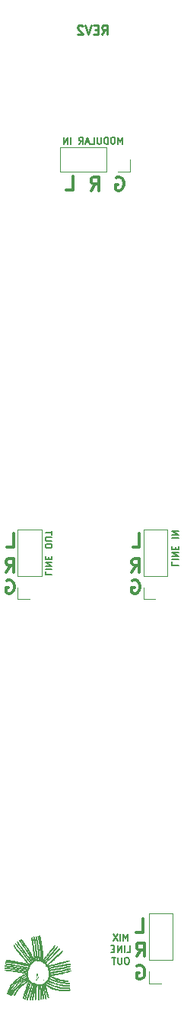
<source format=gbr>
%TF.GenerationSoftware,KiCad,Pcbnew,(5.1.6-0-10_14)*%
%TF.CreationDate,2020-12-13T12:36:34-06:00*%
%TF.ProjectId,nab,6e61622e-6b69-4636-9164-5f7063625858,rev?*%
%TF.SameCoordinates,Original*%
%TF.FileFunction,Legend,Bot*%
%TF.FilePolarity,Positive*%
%FSLAX46Y46*%
G04 Gerber Fmt 4.6, Leading zero omitted, Abs format (unit mm)*
G04 Created by KiCad (PCBNEW (5.1.6-0-10_14)) date 2020-12-13 12:36:34*
%MOMM*%
%LPD*%
G01*
G04 APERTURE LIST*
%ADD10C,0.250000*%
%ADD11C,0.300000*%
%ADD12C,0.187500*%
%ADD13C,0.010000*%
%ADD14C,0.120000*%
G04 APERTURE END LIST*
D10*
X61047619Y-52652380D02*
X61380952Y-52176190D01*
X61619047Y-52652380D02*
X61619047Y-51652380D01*
X61238095Y-51652380D01*
X61142857Y-51700000D01*
X61095238Y-51747619D01*
X61047619Y-51842857D01*
X61047619Y-51985714D01*
X61095238Y-52080952D01*
X61142857Y-52128571D01*
X61238095Y-52176190D01*
X61619047Y-52176190D01*
X60619047Y-52128571D02*
X60285714Y-52128571D01*
X60142857Y-52652380D02*
X60619047Y-52652380D01*
X60619047Y-51652380D01*
X60142857Y-51652380D01*
X59857142Y-51652380D02*
X59523809Y-52652380D01*
X59190476Y-51652380D01*
X58904761Y-51747619D02*
X58857142Y-51700000D01*
X58761904Y-51652380D01*
X58523809Y-51652380D01*
X58428571Y-51700000D01*
X58380952Y-51747619D01*
X58333333Y-51842857D01*
X58333333Y-51938095D01*
X58380952Y-52080952D01*
X58952380Y-52652380D01*
X58333333Y-52652380D01*
D11*
X64499371Y-109517571D02*
X65213657Y-109517571D01*
X65213657Y-108017571D01*
X64356514Y-112298871D02*
X64856514Y-111584585D01*
X65213657Y-112298871D02*
X65213657Y-110798871D01*
X64642228Y-110798871D01*
X64499371Y-110870300D01*
X64427942Y-110941728D01*
X64356514Y-111084585D01*
X64356514Y-111298871D01*
X64427942Y-111441728D01*
X64499371Y-111513157D01*
X64642228Y-111584585D01*
X65213657Y-111584585D01*
X64427942Y-113270600D02*
X64570800Y-113199171D01*
X64785085Y-113199171D01*
X64999371Y-113270600D01*
X65142228Y-113413457D01*
X65213657Y-113556314D01*
X65285085Y-113842028D01*
X65285085Y-114056314D01*
X65213657Y-114342028D01*
X65142228Y-114484885D01*
X64999371Y-114627742D01*
X64785085Y-114699171D01*
X64642228Y-114699171D01*
X64427942Y-114627742D01*
X64356514Y-114556314D01*
X64356514Y-114056314D01*
X64642228Y-114056314D01*
D12*
X63930114Y-153204785D02*
X63930114Y-152454785D01*
X63680114Y-152990500D01*
X63430114Y-152454785D01*
X63430114Y-153204785D01*
X63072971Y-153204785D02*
X63072971Y-152454785D01*
X62787257Y-152454785D02*
X62287257Y-153204785D01*
X62287257Y-152454785D02*
X62787257Y-153204785D01*
X63822971Y-154517285D02*
X64180114Y-154517285D01*
X64180114Y-153767285D01*
X63572971Y-154517285D02*
X63572971Y-153767285D01*
X63215828Y-154517285D02*
X63215828Y-153767285D01*
X62787257Y-154517285D01*
X62787257Y-153767285D01*
X62430114Y-154124428D02*
X62180114Y-154124428D01*
X62072971Y-154517285D02*
X62430114Y-154517285D01*
X62430114Y-153767285D01*
X62072971Y-153767285D01*
X63894400Y-155079785D02*
X63751542Y-155079785D01*
X63680114Y-155115500D01*
X63608685Y-155186928D01*
X63572971Y-155329785D01*
X63572971Y-155579785D01*
X63608685Y-155722642D01*
X63680114Y-155794071D01*
X63751542Y-155829785D01*
X63894400Y-155829785D01*
X63965828Y-155794071D01*
X64037257Y-155722642D01*
X64072971Y-155579785D01*
X64072971Y-155329785D01*
X64037257Y-155186928D01*
X63965828Y-155115500D01*
X63894400Y-155079785D01*
X63251542Y-155079785D02*
X63251542Y-155686928D01*
X63215828Y-155758357D01*
X63180114Y-155794071D01*
X63108685Y-155829785D01*
X62965828Y-155829785D01*
X62894400Y-155794071D01*
X62858685Y-155758357D01*
X62822971Y-155686928D01*
X62822971Y-155079785D01*
X62572971Y-155079785D02*
X62144400Y-155079785D01*
X62358685Y-155829785D02*
X62358685Y-155079785D01*
X68850314Y-111187514D02*
X68850314Y-111544657D01*
X69600314Y-111544657D01*
X68850314Y-110937514D02*
X69600314Y-110937514D01*
X68850314Y-110580371D02*
X69600314Y-110580371D01*
X68850314Y-110151800D01*
X69600314Y-110151800D01*
X69243171Y-109794657D02*
X69243171Y-109544657D01*
X68850314Y-109437514D02*
X68850314Y-109794657D01*
X69600314Y-109794657D01*
X69600314Y-109437514D01*
X68850314Y-108544657D02*
X69600314Y-108544657D01*
X68850314Y-108187514D02*
X69600314Y-108187514D01*
X68850314Y-107758942D01*
X69600314Y-107758942D01*
X54740614Y-112271714D02*
X54740614Y-112628857D01*
X55490614Y-112628857D01*
X54740614Y-112021714D02*
X55490614Y-112021714D01*
X54740614Y-111664571D02*
X55490614Y-111664571D01*
X54740614Y-111236000D01*
X55490614Y-111236000D01*
X55133471Y-110878857D02*
X55133471Y-110628857D01*
X54740614Y-110521714D02*
X54740614Y-110878857D01*
X55490614Y-110878857D01*
X55490614Y-110521714D01*
X55490614Y-109486000D02*
X55490614Y-109343142D01*
X55454900Y-109271714D01*
X55383471Y-109200285D01*
X55240614Y-109164571D01*
X54990614Y-109164571D01*
X54847757Y-109200285D01*
X54776328Y-109271714D01*
X54740614Y-109343142D01*
X54740614Y-109486000D01*
X54776328Y-109557428D01*
X54847757Y-109628857D01*
X54990614Y-109664571D01*
X55240614Y-109664571D01*
X55383471Y-109628857D01*
X55454900Y-109557428D01*
X55490614Y-109486000D01*
X55490614Y-108843142D02*
X54883471Y-108843142D01*
X54812042Y-108807428D01*
X54776328Y-108771714D01*
X54740614Y-108700285D01*
X54740614Y-108557428D01*
X54776328Y-108486000D01*
X54812042Y-108450285D01*
X54883471Y-108414571D01*
X55490614Y-108414571D01*
X55490614Y-108164571D02*
X55490614Y-107736000D01*
X54740614Y-107950285D02*
X55490614Y-107950285D01*
D11*
X64877214Y-152278471D02*
X65591500Y-152278471D01*
X65591500Y-150778471D01*
X50491271Y-109517571D02*
X51205557Y-109517571D01*
X51205557Y-108017571D01*
X64889914Y-154945471D02*
X65389914Y-154231185D01*
X65747057Y-154945471D02*
X65747057Y-153445471D01*
X65175628Y-153445471D01*
X65032771Y-153516900D01*
X64961342Y-153588328D01*
X64889914Y-153731185D01*
X64889914Y-153945471D01*
X64961342Y-154088328D01*
X65032771Y-154159757D01*
X65175628Y-154231185D01*
X65747057Y-154231185D01*
X50348414Y-112298871D02*
X50848414Y-111584585D01*
X51205557Y-112298871D02*
X51205557Y-110798871D01*
X50634128Y-110798871D01*
X50491271Y-110870300D01*
X50419842Y-110941728D01*
X50348414Y-111084585D01*
X50348414Y-111298871D01*
X50419842Y-111441728D01*
X50491271Y-111513157D01*
X50634128Y-111584585D01*
X51205557Y-111584585D01*
X64961342Y-156044200D02*
X65104200Y-155972771D01*
X65318485Y-155972771D01*
X65532771Y-156044200D01*
X65675628Y-156187057D01*
X65747057Y-156329914D01*
X65818485Y-156615628D01*
X65818485Y-156829914D01*
X65747057Y-157115628D01*
X65675628Y-157258485D01*
X65532771Y-157401342D01*
X65318485Y-157472771D01*
X65175628Y-157472771D01*
X64961342Y-157401342D01*
X64889914Y-157329914D01*
X64889914Y-156829914D01*
X65175628Y-156829914D01*
X50419842Y-113270600D02*
X50562700Y-113199171D01*
X50776985Y-113199171D01*
X50991271Y-113270600D01*
X51134128Y-113413457D01*
X51205557Y-113556314D01*
X51276985Y-113842028D01*
X51276985Y-114056314D01*
X51205557Y-114342028D01*
X51134128Y-114484885D01*
X50991271Y-114627742D01*
X50776985Y-114699171D01*
X50634128Y-114699171D01*
X50419842Y-114627742D01*
X50348414Y-114556314D01*
X50348414Y-114056314D01*
X50634128Y-114056314D01*
D12*
X63338857Y-64817185D02*
X63338857Y-64067185D01*
X63088857Y-64602900D01*
X62838857Y-64067185D01*
X62838857Y-64817185D01*
X62338857Y-64067185D02*
X62196000Y-64067185D01*
X62124571Y-64102900D01*
X62053142Y-64174328D01*
X62017428Y-64317185D01*
X62017428Y-64567185D01*
X62053142Y-64710042D01*
X62124571Y-64781471D01*
X62196000Y-64817185D01*
X62338857Y-64817185D01*
X62410285Y-64781471D01*
X62481714Y-64710042D01*
X62517428Y-64567185D01*
X62517428Y-64317185D01*
X62481714Y-64174328D01*
X62410285Y-64102900D01*
X62338857Y-64067185D01*
X61696000Y-64817185D02*
X61696000Y-64067185D01*
X61517428Y-64067185D01*
X61410285Y-64102900D01*
X61338857Y-64174328D01*
X61303142Y-64245757D01*
X61267428Y-64388614D01*
X61267428Y-64495757D01*
X61303142Y-64638614D01*
X61338857Y-64710042D01*
X61410285Y-64781471D01*
X61517428Y-64817185D01*
X61696000Y-64817185D01*
X60946000Y-64067185D02*
X60946000Y-64674328D01*
X60910285Y-64745757D01*
X60874571Y-64781471D01*
X60803142Y-64817185D01*
X60660285Y-64817185D01*
X60588857Y-64781471D01*
X60553142Y-64745757D01*
X60517428Y-64674328D01*
X60517428Y-64067185D01*
X59803142Y-64817185D02*
X60160285Y-64817185D01*
X60160285Y-64067185D01*
X59588857Y-64602900D02*
X59231714Y-64602900D01*
X59660285Y-64817185D02*
X59410285Y-64067185D01*
X59160285Y-64817185D01*
X58481714Y-64817185D02*
X58731714Y-64460042D01*
X58910285Y-64817185D02*
X58910285Y-64067185D01*
X58624571Y-64067185D01*
X58553142Y-64102900D01*
X58517428Y-64138614D01*
X58481714Y-64210042D01*
X58481714Y-64317185D01*
X58517428Y-64388614D01*
X58553142Y-64424328D01*
X58624571Y-64460042D01*
X58910285Y-64460042D01*
X57588857Y-64817185D02*
X57588857Y-64067185D01*
X57231714Y-64817185D02*
X57231714Y-64067185D01*
X56803142Y-64817185D01*
X56803142Y-64067185D01*
D11*
X62624542Y-68541200D02*
X62767400Y-68469771D01*
X62981685Y-68469771D01*
X63195971Y-68541200D01*
X63338828Y-68684057D01*
X63410257Y-68826914D01*
X63481685Y-69112628D01*
X63481685Y-69326914D01*
X63410257Y-69612628D01*
X63338828Y-69755485D01*
X63195971Y-69898342D01*
X62981685Y-69969771D01*
X62838828Y-69969771D01*
X62624542Y-69898342D01*
X62553114Y-69826914D01*
X62553114Y-69326914D01*
X62838828Y-69326914D01*
X59809914Y-69969771D02*
X60309914Y-69255485D01*
X60667057Y-69969771D02*
X60667057Y-68469771D01*
X60095628Y-68469771D01*
X59952771Y-68541200D01*
X59881342Y-68612628D01*
X59809914Y-68755485D01*
X59809914Y-68969771D01*
X59881342Y-69112628D01*
X59952771Y-69184057D01*
X60095628Y-69255485D01*
X60667057Y-69255485D01*
X57066714Y-69918971D02*
X57781000Y-69918971D01*
X57781000Y-68418971D01*
D13*
%TO.C,G\u002A\u002A\u002A*%
G36*
X54776015Y-155981210D02*
G01*
X54788728Y-155993922D01*
X54801440Y-155981210D01*
X54788728Y-155968497D01*
X54776015Y-155981210D01*
G37*
X54776015Y-155981210D02*
X54788728Y-155993922D01*
X54801440Y-155981210D01*
X54788728Y-155968497D01*
X54776015Y-155981210D01*
G36*
X53784423Y-156896525D02*
G01*
X53760168Y-156919372D01*
X53758998Y-156923451D01*
X53778669Y-156934372D01*
X53784423Y-156934663D01*
X53808872Y-156915117D01*
X53809849Y-156907737D01*
X53794272Y-156892552D01*
X53784423Y-156896525D01*
G37*
X53784423Y-156896525D02*
X53760168Y-156919372D01*
X53758998Y-156923451D01*
X53778669Y-156934372D01*
X53784423Y-156934663D01*
X53808872Y-156915117D01*
X53809849Y-156907737D01*
X53794272Y-156892552D01*
X53784423Y-156896525D01*
G36*
X53792899Y-156968564D02*
G01*
X53789856Y-156998738D01*
X53792899Y-157002464D01*
X53808014Y-156998974D01*
X53809849Y-156985514D01*
X53800546Y-156964586D01*
X53792899Y-156968564D01*
G37*
X53792899Y-156968564D02*
X53789856Y-156998738D01*
X53792899Y-157002464D01*
X53808014Y-156998974D01*
X53809849Y-156985514D01*
X53800546Y-156964586D01*
X53792899Y-156968564D01*
G36*
X53759737Y-157055713D02*
G01*
X53758998Y-157061790D01*
X53778346Y-157086477D01*
X53784423Y-157087216D01*
X53809110Y-157067868D01*
X53809849Y-157061790D01*
X53790501Y-157037104D01*
X53784423Y-157036365D01*
X53759737Y-157055713D01*
G37*
X53759737Y-157055713D02*
X53758998Y-157061790D01*
X53778346Y-157086477D01*
X53784423Y-157087216D01*
X53809110Y-157067868D01*
X53809849Y-157061790D01*
X53790501Y-157037104D01*
X53784423Y-157036365D01*
X53759737Y-157055713D01*
G36*
X53936976Y-157252481D02*
G01*
X53949689Y-157265194D01*
X53962401Y-157252481D01*
X53949689Y-157239768D01*
X53936976Y-157252481D01*
G37*
X53936976Y-157252481D02*
X53949689Y-157265194D01*
X53962401Y-157252481D01*
X53949689Y-157239768D01*
X53936976Y-157252481D01*
G36*
X53742048Y-157273669D02*
G01*
X53745538Y-157288784D01*
X53758998Y-157290619D01*
X53779926Y-157281316D01*
X53775948Y-157273669D01*
X53745774Y-157270626D01*
X53742048Y-157273669D01*
G37*
X53742048Y-157273669D02*
X53745538Y-157288784D01*
X53758998Y-157290619D01*
X53779926Y-157281316D01*
X53775948Y-157273669D01*
X53745774Y-157270626D01*
X53742048Y-157273669D01*
G36*
X53807099Y-157372592D02*
G01*
X53806035Y-157379608D01*
X53825829Y-157409420D01*
X53833367Y-157412873D01*
X53856551Y-157400600D01*
X53860700Y-157379608D01*
X53847799Y-157347964D01*
X53833367Y-157346343D01*
X53807099Y-157372592D01*
G37*
X53807099Y-157372592D02*
X53806035Y-157379608D01*
X53825829Y-157409420D01*
X53833367Y-157412873D01*
X53856551Y-157400600D01*
X53860700Y-157379608D01*
X53847799Y-157347964D01*
X53833367Y-157346343D01*
X53807099Y-157372592D01*
G36*
X53703062Y-157514363D02*
G01*
X53690547Y-157537133D01*
X53721335Y-157544688D01*
X53733573Y-157544873D01*
X53773985Y-157539746D01*
X53769923Y-157520574D01*
X53764083Y-157514363D01*
X53729484Y-157496944D01*
X53703062Y-157514363D01*
G37*
X53703062Y-157514363D02*
X53690547Y-157537133D01*
X53721335Y-157544688D01*
X53733573Y-157544873D01*
X53773985Y-157539746D01*
X53769923Y-157520574D01*
X53764083Y-157514363D01*
X53729484Y-157496944D01*
X53703062Y-157514363D01*
G36*
X54496335Y-157532161D02*
G01*
X54509048Y-157544873D01*
X54521761Y-157532161D01*
X54509048Y-157519448D01*
X54496335Y-157532161D01*
G37*
X54496335Y-157532161D02*
X54509048Y-157544873D01*
X54521761Y-157532161D01*
X54509048Y-157519448D01*
X54496335Y-157532161D01*
G36*
X50733372Y-155345574D02*
G01*
X50746085Y-155358287D01*
X50758798Y-155345574D01*
X50746085Y-155332861D01*
X50733372Y-155345574D01*
G37*
X50733372Y-155345574D02*
X50746085Y-155358287D01*
X50758798Y-155345574D01*
X50746085Y-155332861D01*
X50733372Y-155345574D01*
G36*
X55691330Y-155370999D02*
G01*
X55704043Y-155383712D01*
X55716756Y-155370999D01*
X55704043Y-155358287D01*
X55691330Y-155370999D01*
G37*
X55691330Y-155370999D02*
X55704043Y-155383712D01*
X55716756Y-155370999D01*
X55704043Y-155358287D01*
X55691330Y-155370999D01*
G36*
X51445284Y-157455884D02*
G01*
X51457997Y-157468597D01*
X51470710Y-157455884D01*
X51457997Y-157443172D01*
X51445284Y-157455884D01*
G37*
X51445284Y-157455884D02*
X51457997Y-157468597D01*
X51470710Y-157455884D01*
X51457997Y-157443172D01*
X51445284Y-157455884D01*
G36*
X55894734Y-157532161D02*
G01*
X55907446Y-157544873D01*
X55920159Y-157532161D01*
X55907446Y-157519448D01*
X55894734Y-157532161D01*
G37*
X55894734Y-157532161D02*
X55907446Y-157544873D01*
X55920159Y-157532161D01*
X55907446Y-157519448D01*
X55894734Y-157532161D01*
G36*
X50529969Y-158701730D02*
G01*
X50505714Y-158724578D01*
X50504544Y-158728656D01*
X50524215Y-158739577D01*
X50529969Y-158739868D01*
X50554417Y-158720322D01*
X50555394Y-158712942D01*
X50539818Y-158697757D01*
X50529969Y-158701730D01*
G37*
X50529969Y-158701730D02*
X50505714Y-158724578D01*
X50504544Y-158728656D01*
X50524215Y-158739577D01*
X50529969Y-158739868D01*
X50554417Y-158720322D01*
X50555394Y-158712942D01*
X50539818Y-158697757D01*
X50529969Y-158701730D01*
G36*
X50606245Y-158930559D02*
G01*
X50618958Y-158943272D01*
X50631671Y-158930559D01*
X50618958Y-158917846D01*
X50606245Y-158930559D01*
G37*
X50606245Y-158930559D02*
X50618958Y-158943272D01*
X50631671Y-158930559D01*
X50618958Y-158917846D01*
X50606245Y-158930559D01*
G36*
X50809649Y-158955984D02*
G01*
X50822361Y-158968697D01*
X50835074Y-158955984D01*
X50822361Y-158943272D01*
X50809649Y-158955984D01*
G37*
X50809649Y-158955984D02*
X50822361Y-158968697D01*
X50835074Y-158955984D01*
X50822361Y-158943272D01*
X50809649Y-158955984D01*
G36*
X50606245Y-159006835D02*
G01*
X50618958Y-159019548D01*
X50631671Y-159006835D01*
X50618958Y-158994123D01*
X50606245Y-159006835D01*
G37*
X50606245Y-159006835D02*
X50618958Y-159019548D01*
X50631671Y-159006835D01*
X50618958Y-158994123D01*
X50606245Y-159006835D01*
G36*
X54019015Y-152659199D02*
G01*
X54021307Y-152672934D01*
X54031578Y-152711597D01*
X54049314Y-152790405D01*
X54072536Y-152899537D01*
X54099261Y-153029172D01*
X54127510Y-153169490D01*
X54155301Y-153310668D01*
X54180654Y-153442887D01*
X54201587Y-153556326D01*
X54214215Y-153629358D01*
X54242893Y-153815999D01*
X54270371Y-154016512D01*
X54296133Y-154224860D01*
X54319662Y-154435010D01*
X54340443Y-154640926D01*
X54357959Y-154836574D01*
X54371694Y-155015919D01*
X54381131Y-155172927D01*
X54385755Y-155301561D01*
X54385048Y-155395789D01*
X54378494Y-155449574D01*
X54370836Y-155459988D01*
X54352542Y-155458009D01*
X54338239Y-155447820D01*
X54326845Y-155423047D01*
X54317278Y-155377315D01*
X54308459Y-155304249D01*
X54299307Y-155197473D01*
X54288738Y-155050612D01*
X54280290Y-154926054D01*
X54269857Y-154778047D01*
X54257337Y-154611812D01*
X54243492Y-154436381D01*
X54229088Y-154260786D01*
X54214886Y-154094057D01*
X54201653Y-153945225D01*
X54190150Y-153823321D01*
X54181142Y-153737377D01*
X54177073Y-153705634D01*
X54145829Y-153504571D01*
X54119714Y-153345713D01*
X54097146Y-153220856D01*
X54076543Y-153121800D01*
X54056325Y-153040341D01*
X54034916Y-152968297D01*
X53995514Y-152847799D01*
X53966873Y-152767786D01*
X53944957Y-152720091D01*
X53925730Y-152696550D01*
X53905155Y-152688995D01*
X53896663Y-152688617D01*
X53867285Y-152704106D01*
X53869626Y-152726056D01*
X53891905Y-152795138D01*
X53921136Y-152901144D01*
X53954227Y-153031151D01*
X53988085Y-153172234D01*
X54019617Y-153311468D01*
X54045729Y-153435931D01*
X54063330Y-153532697D01*
X54064505Y-153540369D01*
X54079669Y-153640717D01*
X54092584Y-153724255D01*
X54100926Y-153775994D01*
X54101970Y-153781910D01*
X54106761Y-153822908D01*
X54113753Y-153901198D01*
X54121790Y-154003333D01*
X54126012Y-154061590D01*
X54134408Y-154174474D01*
X54146032Y-154321888D01*
X54159580Y-154487714D01*
X54173747Y-154655833D01*
X54179515Y-154722651D01*
X54192075Y-154874670D01*
X54202810Y-155019313D01*
X54210907Y-155144445D01*
X54215552Y-155237928D01*
X54216343Y-155272128D01*
X54214963Y-155348090D01*
X54206166Y-155384884D01*
X54183687Y-155394179D01*
X54153092Y-155389935D01*
X54098451Y-155365884D01*
X54084579Y-155316610D01*
X54086065Y-155302436D01*
X54084285Y-155270371D01*
X54077254Y-155201534D01*
X54066392Y-155109568D01*
X54063885Y-155089602D01*
X54049267Y-154960450D01*
X54035228Y-154813489D01*
X54025333Y-154687796D01*
X54015022Y-154561302D01*
X54001236Y-154427909D01*
X53986949Y-154316376D01*
X53986870Y-154315844D01*
X53971622Y-154213318D01*
X53957396Y-154117185D01*
X53949225Y-154061590D01*
X53927156Y-153912722D01*
X53907572Y-153786600D01*
X53886169Y-153655576D01*
X53883919Y-153642071D01*
X53868319Y-153542030D01*
X53855388Y-153447689D01*
X53850035Y-153400529D01*
X53837951Y-153319292D01*
X53814613Y-153201403D01*
X53782683Y-153059121D01*
X53744822Y-152904702D01*
X53729995Y-152847526D01*
X53705115Y-152780634D01*
X53676651Y-152742971D01*
X53666705Y-152739468D01*
X53646697Y-152741782D01*
X53636342Y-152754593D01*
X53636110Y-152786704D01*
X53646471Y-152846917D01*
X53667896Y-152944036D01*
X53680571Y-152999094D01*
X53705254Y-153109529D01*
X53726849Y-153212572D01*
X53741425Y-153289317D01*
X53743334Y-153301018D01*
X53756269Y-153372303D01*
X53769089Y-153424717D01*
X53770246Y-153428146D01*
X53779649Y-153469764D01*
X53792563Y-153546284D01*
X53806387Y-153642124D01*
X53808062Y-153654783D01*
X53825252Y-153781463D01*
X53844808Y-153918842D01*
X53859823Y-154019560D01*
X53871836Y-154108146D01*
X53886608Y-154233057D01*
X53902544Y-154379957D01*
X53918049Y-154534507D01*
X53923438Y-154591632D01*
X53937776Y-154746339D01*
X53952043Y-154899784D01*
X53964869Y-155037294D01*
X53974889Y-155144196D01*
X53977578Y-155172699D01*
X53994896Y-155355780D01*
X53921852Y-155336244D01*
X53886428Y-155322877D01*
X53860614Y-155299109D01*
X53841532Y-155256397D01*
X53826305Y-155186199D01*
X53812057Y-155079970D01*
X53800844Y-154976905D01*
X53789791Y-154871019D01*
X53778571Y-154763664D01*
X53774280Y-154722651D01*
X53760113Y-154597710D01*
X53743787Y-154469504D01*
X53727843Y-154357152D01*
X53716862Y-154290419D01*
X53707657Y-154224671D01*
X53699097Y-154138497D01*
X53697105Y-154112441D01*
X53683838Y-153947048D01*
X53669291Y-153808265D01*
X53654354Y-153702794D01*
X53639917Y-153637338D01*
X53631717Y-153619903D01*
X53620501Y-153579413D01*
X53624515Y-153561003D01*
X53625082Y-153521355D01*
X53615390Y-153443791D01*
X53597812Y-153339652D01*
X53574722Y-153220279D01*
X53548496Y-153097013D01*
X53521507Y-152981194D01*
X53496130Y-152884163D01*
X53474739Y-152817261D01*
X53464244Y-152795502D01*
X53436075Y-152765804D01*
X53419664Y-152771605D01*
X53415083Y-152815652D01*
X53422404Y-152900690D01*
X53441698Y-153029467D01*
X53473035Y-153204730D01*
X53475154Y-153216006D01*
X53515404Y-153438185D01*
X53548996Y-153640667D01*
X53574899Y-153816345D01*
X53592081Y-153958108D01*
X53599510Y-154058846D01*
X53599734Y-154074303D01*
X53602961Y-154121592D01*
X53611650Y-154204493D01*
X53624199Y-154308261D01*
X53630163Y-154353982D01*
X53645130Y-154468975D01*
X53663749Y-154616092D01*
X53683719Y-154776958D01*
X53702740Y-154933196D01*
X53703949Y-154943256D01*
X53747223Y-155303700D01*
X53679958Y-155301788D01*
X53643145Y-155297312D01*
X53621136Y-155278730D01*
X53607952Y-155234365D01*
X53597612Y-155152542D01*
X53596119Y-155138107D01*
X53582861Y-155040344D01*
X53565541Y-154953263D01*
X53551793Y-154906702D01*
X53527819Y-154831515D01*
X53516049Y-154774563D01*
X53507723Y-154712141D01*
X53495802Y-154625761D01*
X53489914Y-154583873D01*
X53478165Y-154495097D01*
X53469240Y-154417427D01*
X53466913Y-154392121D01*
X53458297Y-154293803D01*
X53446741Y-154180735D01*
X53434062Y-154068881D01*
X53422079Y-153974200D01*
X53412610Y-153912657D01*
X53411891Y-153909037D01*
X53399266Y-153845551D01*
X53389874Y-153789630D01*
X53381227Y-153723791D01*
X53370834Y-153630547D01*
X53366644Y-153591220D01*
X53353912Y-153486290D01*
X53336590Y-153364084D01*
X53316458Y-153234973D01*
X53295298Y-153109322D01*
X53274890Y-152997501D01*
X53257017Y-152909879D01*
X53243459Y-152856822D01*
X53238679Y-152846309D01*
X53211289Y-152848269D01*
X53196264Y-152859800D01*
X53187270Y-152875648D01*
X53182707Y-152904692D01*
X53183126Y-152952250D01*
X53189079Y-153023643D01*
X53201119Y-153124191D01*
X53219797Y-153259214D01*
X53245666Y-153434031D01*
X53277444Y-153642071D01*
X53297540Y-153778389D01*
X53321052Y-153947210D01*
X53345545Y-154130523D01*
X53368584Y-154310319D01*
X53377114Y-154379408D01*
X53397198Y-154534379D01*
X53418623Y-154682920D01*
X53439478Y-154812870D01*
X53457852Y-154912066D01*
X53467256Y-154953148D01*
X53488769Y-155052768D01*
X53502245Y-155150631D01*
X53504572Y-155194689D01*
X53504401Y-155294723D01*
X53396514Y-155124187D01*
X53287757Y-154952012D01*
X53201900Y-154815294D01*
X53134466Y-154706635D01*
X53080980Y-154618638D01*
X53036966Y-154543907D01*
X52997949Y-154475045D01*
X52959454Y-154404653D01*
X52945876Y-154379408D01*
X52889983Y-154277905D01*
X52836111Y-154184724D01*
X52793425Y-154115572D01*
X52783038Y-154100256D01*
X52739308Y-154036447D01*
X52705604Y-153983607D01*
X52703843Y-153980602D01*
X52662415Y-153914769D01*
X52602359Y-153826090D01*
X52533263Y-153727986D01*
X52464716Y-153633876D01*
X52406306Y-153557180D01*
X52371354Y-153515233D01*
X52330307Y-153465783D01*
X52310167Y-153431398D01*
X52309749Y-153428599D01*
X52294580Y-153397887D01*
X52257053Y-153347396D01*
X52246469Y-153334795D01*
X52194044Y-153264576D01*
X52140134Y-153178842D01*
X52125742Y-153152862D01*
X52081005Y-153077822D01*
X52048592Y-153048178D01*
X52024229Y-153061262D01*
X52013763Y-153082907D01*
X52009411Y-153100640D01*
X52012045Y-153122369D01*
X52025022Y-153153465D01*
X52051703Y-153199297D01*
X52095446Y-153265235D01*
X52159610Y-153356650D01*
X52247554Y-153478911D01*
X52348042Y-153617326D01*
X52542760Y-153892422D01*
X52705663Y-154139053D01*
X52841328Y-154364270D01*
X52892105Y-154455684D01*
X52940629Y-154540458D01*
X52998827Y-154635585D01*
X53022092Y-154671800D01*
X53068359Y-154743904D01*
X53104474Y-154802863D01*
X53116576Y-154824353D01*
X53136943Y-154860710D01*
X53177302Y-154930216D01*
X53231526Y-155022388D01*
X53284775Y-155112123D01*
X53356864Y-155235392D01*
X53402670Y-155318602D01*
X53423975Y-155364097D01*
X53422562Y-155374223D01*
X53400213Y-155351325D01*
X53358710Y-155297747D01*
X53299836Y-155215834D01*
X53225374Y-155107931D01*
X53137106Y-154976384D01*
X53036815Y-154823537D01*
X52926283Y-154651734D01*
X52882919Y-154583472D01*
X52844211Y-154524712D01*
X52814586Y-154483711D01*
X52812982Y-154481770D01*
X52780417Y-154439512D01*
X52725845Y-154364745D01*
X52655972Y-154266928D01*
X52577501Y-154155523D01*
X52497137Y-154039991D01*
X52421583Y-153929791D01*
X52416125Y-153921750D01*
X52352473Y-153829303D01*
X52296104Y-153749943D01*
X52255306Y-153695225D01*
X52242870Y-153680209D01*
X52208678Y-153636973D01*
X52154473Y-153561363D01*
X52087495Y-153463934D01*
X52014981Y-153355244D01*
X51944171Y-153245850D01*
X51933432Y-153228907D01*
X51879571Y-153152428D01*
X51844440Y-153123194D01*
X51828011Y-153141188D01*
X51826666Y-153160384D01*
X51840948Y-153196810D01*
X51881164Y-153268342D01*
X51943370Y-153368937D01*
X52023621Y-153492553D01*
X52117973Y-153633150D01*
X52222481Y-153784685D01*
X52333201Y-153941117D01*
X52367283Y-153988437D01*
X52460191Y-154118800D01*
X52565732Y-154270657D01*
X52687022Y-154448606D01*
X52827180Y-154657245D01*
X52989323Y-154901173D01*
X53111866Y-155086722D01*
X53195492Y-155215349D01*
X53253205Y-155309210D01*
X53288415Y-155375086D01*
X53304529Y-155419755D01*
X53304957Y-155450000D01*
X53300399Y-155461747D01*
X53272197Y-155500669D01*
X53255951Y-155510246D01*
X53234150Y-155491030D01*
X53188612Y-155439275D01*
X53126183Y-155363069D01*
X53059799Y-155278428D01*
X52972456Y-155165327D01*
X52881230Y-155047812D01*
X52799376Y-154942931D01*
X52758798Y-154891284D01*
X52694085Y-154806284D01*
X52638095Y-154727461D01*
X52601975Y-154670573D01*
X52599774Y-154666485D01*
X52556112Y-154597382D01*
X52503214Y-154530112D01*
X52433583Y-154451307D01*
X52393203Y-154401642D01*
X52376445Y-154373252D01*
X52377681Y-154358276D01*
X52379070Y-154356700D01*
X52371999Y-154337503D01*
X52351526Y-154326435D01*
X52315528Y-154295350D01*
X52309749Y-154275448D01*
X52293128Y-154238053D01*
X52250797Y-154181851D01*
X52220760Y-154148859D01*
X52169614Y-154093057D01*
X52137437Y-154051919D01*
X52131771Y-154040078D01*
X52116330Y-154011306D01*
X52078739Y-153964295D01*
X52074564Y-153959629D01*
X52022736Y-153893708D01*
X51984576Y-153832761D01*
X51954424Y-153785040D01*
X51901242Y-153710689D01*
X51834253Y-153622395D01*
X51800242Y-153579211D01*
X51734330Y-153492059D01*
X51682907Y-153415449D01*
X51653181Y-153360569D01*
X51648688Y-153344026D01*
X51635232Y-153304855D01*
X51608017Y-153304543D01*
X51591099Y-153330609D01*
X51588004Y-153358938D01*
X51598088Y-153397263D01*
X51624479Y-153450648D01*
X51670310Y-153524155D01*
X51738710Y-153622848D01*
X51832809Y-153751788D01*
X51940887Y-153896325D01*
X52048824Y-154041128D01*
X52158934Y-154191347D01*
X52262645Y-154335115D01*
X52351386Y-154460563D01*
X52409145Y-154544673D01*
X52479487Y-154646000D01*
X52572545Y-154774913D01*
X52679333Y-154919239D01*
X52790866Y-155066803D01*
X52874785Y-155175562D01*
X52980024Y-155313273D01*
X53064571Y-155429583D01*
X53125259Y-155519835D01*
X53158921Y-155579372D01*
X53164401Y-155601438D01*
X53141198Y-155633364D01*
X53107312Y-155625533D01*
X53057565Y-155575655D01*
X53031461Y-155542621D01*
X52977490Y-155472725D01*
X52929091Y-155411769D01*
X52916497Y-155396425D01*
X52854343Y-155320752D01*
X52771579Y-155218340D01*
X52678866Y-155102550D01*
X52586863Y-154986743D01*
X52506231Y-154884278D01*
X52452128Y-154814424D01*
X52398494Y-154745286D01*
X52356732Y-154693513D01*
X52337354Y-154671800D01*
X52316189Y-154647241D01*
X52271904Y-154591471D01*
X52211924Y-154513934D01*
X52170595Y-154459709D01*
X52098881Y-154368229D01*
X52031835Y-154288156D01*
X51979481Y-154231224D01*
X51961195Y-154214508D01*
X51919059Y-154173458D01*
X51902942Y-154143284D01*
X51882643Y-154113061D01*
X51864804Y-154103246D01*
X51831030Y-154072226D01*
X51826666Y-154054972D01*
X51810307Y-154018252D01*
X51768575Y-153961850D01*
X51737677Y-153926988D01*
X51686639Y-153868261D01*
X51654449Y-153822341D01*
X51648688Y-153807277D01*
X51629338Y-153782647D01*
X51623262Y-153781910D01*
X51600705Y-153761317D01*
X51597837Y-153743772D01*
X51584108Y-153709937D01*
X51572411Y-153705634D01*
X51548744Y-153685553D01*
X51546926Y-153673852D01*
X51532359Y-153632443D01*
X51496769Y-153581777D01*
X51452139Y-153534386D01*
X51410455Y-153502806D01*
X51383699Y-153499572D01*
X51382160Y-153501519D01*
X51384913Y-153539609D01*
X51418079Y-153593044D01*
X51423755Y-153599642D01*
X51476688Y-153669775D01*
X51526285Y-153751425D01*
X51531143Y-153760809D01*
X51570217Y-153826305D01*
X51630071Y-153913394D01*
X51698728Y-154004772D01*
X51708804Y-154017478D01*
X51782368Y-154109731D01*
X51854662Y-154200755D01*
X51911187Y-154272292D01*
X51915655Y-154277977D01*
X51970872Y-154347097D01*
X52043397Y-154436304D01*
X52117873Y-154526714D01*
X52120450Y-154529816D01*
X52192442Y-154618194D01*
X52281353Y-154729848D01*
X52373469Y-154847466D01*
X52424299Y-154913342D01*
X52520743Y-155037237D01*
X52630999Y-155175841D01*
X52737087Y-155306650D01*
X52779769Y-155358287D01*
X52858269Y-155454004D01*
X52928627Y-155542574D01*
X52981788Y-155612442D01*
X53004656Y-155645196D01*
X53033141Y-155696632D01*
X53032046Y-155732228D01*
X53000621Y-155778006D01*
X52951839Y-155840022D01*
X52813314Y-155694500D01*
X52739298Y-155613526D01*
X52673413Y-155535829D01*
X52628839Y-155477016D01*
X52626014Y-155472701D01*
X52570619Y-155393369D01*
X52487310Y-155283600D01*
X52382149Y-155150793D01*
X52261193Y-155002349D01*
X52130502Y-154845669D01*
X51996136Y-154688153D01*
X51864154Y-154537200D01*
X51814100Y-154481110D01*
X51693543Y-154346417D01*
X51603503Y-154244525D01*
X51540090Y-154170794D01*
X51499414Y-154120583D01*
X51477585Y-154089252D01*
X51470712Y-154072159D01*
X51470690Y-154071459D01*
X51455010Y-154041071D01*
X51414871Y-153987794D01*
X51382063Y-153949320D01*
X51326564Y-153873773D01*
X51286810Y-153795660D01*
X51277344Y-153763880D01*
X51255914Y-153706121D01*
X51227483Y-153689496D01*
X51202261Y-153716690D01*
X51195002Y-153742222D01*
X51204423Y-153780107D01*
X51235296Y-153844183D01*
X51279608Y-153921609D01*
X51329348Y-153999544D01*
X51376502Y-154065148D01*
X51413058Y-154105580D01*
X51426013Y-154112441D01*
X51443525Y-154132900D01*
X51445284Y-154147484D01*
X51461571Y-154180642D01*
X51505223Y-154240277D01*
X51568434Y-154316145D01*
X51605187Y-154357244D01*
X51668623Y-154427789D01*
X51742046Y-154511954D01*
X51829006Y-154613977D01*
X51933056Y-154738099D01*
X52057744Y-154888559D01*
X52206623Y-155069598D01*
X52383242Y-155285454D01*
X52411450Y-155319999D01*
X52478360Y-155403593D01*
X52534556Y-155476784D01*
X52570698Y-155527303D01*
X52576716Y-155537060D01*
X52607363Y-155579728D01*
X52660625Y-155643229D01*
X52710199Y-155697893D01*
X52766671Y-155759857D01*
X52805778Y-155806264D01*
X52818257Y-155825288D01*
X52795664Y-155824329D01*
X52735096Y-155811487D01*
X52709372Y-155804953D01*
X52354984Y-155804953D01*
X52352616Y-155810148D01*
X52306704Y-155804889D01*
X52219334Y-155789132D01*
X52106345Y-155765803D01*
X52020339Y-155745485D01*
X51967494Y-155729229D01*
X51954365Y-155719304D01*
X51966505Y-155717365D01*
X52029639Y-155722999D01*
X52121456Y-155739650D01*
X52220760Y-155763379D01*
X52311726Y-155789349D01*
X52354984Y-155804953D01*
X52709372Y-155804953D01*
X52647368Y-155789204D01*
X52595785Y-155775029D01*
X52431018Y-155728731D01*
X52339794Y-155703252D01*
X51843929Y-155703252D01*
X51827926Y-155706207D01*
X51785872Y-155700226D01*
X51710013Y-155684204D01*
X51592593Y-155657038D01*
X51591933Y-155656882D01*
X51524510Y-155638930D01*
X51485331Y-155624367D01*
X51480900Y-155619301D01*
X51511241Y-155616930D01*
X51574686Y-155624573D01*
X51655248Y-155638988D01*
X51736939Y-155656932D01*
X51803771Y-155675161D01*
X51839757Y-155690434D01*
X51841635Y-155692468D01*
X51843929Y-155703252D01*
X52339794Y-155703252D01*
X52307566Y-155694251D01*
X52217813Y-155669568D01*
X52154142Y-155652660D01*
X52108938Y-155641505D01*
X52074583Y-155634083D01*
X52043462Y-155628371D01*
X52042782Y-155628254D01*
X51984524Y-155617163D01*
X51892235Y-155598442D01*
X51781568Y-155575293D01*
X51724964Y-155563216D01*
X51632237Y-155544358D01*
X51508515Y-155520734D01*
X51362214Y-155493797D01*
X51201746Y-155465002D01*
X51035526Y-155435801D01*
X50871969Y-155407650D01*
X50719488Y-155382002D01*
X50586497Y-155360311D01*
X50481411Y-155344030D01*
X50412644Y-155334614D01*
X50391815Y-155332861D01*
X50356991Y-155350458D01*
X50351991Y-155366939D01*
X50372066Y-155391094D01*
X50433834Y-155416115D01*
X50539609Y-155442589D01*
X50691707Y-155471106D01*
X50873212Y-155499456D01*
X50944836Y-155510993D01*
X51037016Y-155527156D01*
X51076616Y-155534450D01*
X51183560Y-155553004D01*
X51296068Y-155570352D01*
X51326844Y-155574610D01*
X51394827Y-155586300D01*
X51433343Y-155598250D01*
X51436854Y-155604021D01*
X51407875Y-155605996D01*
X51339450Y-155601265D01*
X51242401Y-155590786D01*
X51148488Y-155578496D01*
X51003150Y-155559812D01*
X50845555Y-155542267D01*
X50700973Y-155528580D01*
X50644383Y-155524232D01*
X50532753Y-155515628D01*
X50433003Y-155506223D01*
X50361551Y-155497622D01*
X50345635Y-155494978D01*
X50294751Y-155491560D01*
X50276847Y-155514438D01*
X50275715Y-155532075D01*
X50281153Y-155558204D01*
X50304280Y-155575297D01*
X50355316Y-155586797D01*
X50444479Y-155596149D01*
X50472762Y-155598462D01*
X50810647Y-155628900D01*
X51106308Y-155663456D01*
X51368293Y-155703401D01*
X51605148Y-155750004D01*
X51783254Y-155793190D01*
X51866598Y-155812983D01*
X51941923Y-155827489D01*
X51948519Y-155828480D01*
X52012095Y-155838915D01*
X52108969Y-155856345D01*
X52225414Y-155878129D01*
X52347708Y-155901629D01*
X52462125Y-155924205D01*
X52554942Y-155943216D01*
X52612433Y-155956024D01*
X52614854Y-155956639D01*
X52733541Y-155981891D01*
X52814657Y-155991804D01*
X52837156Y-156009445D01*
X52832116Y-156063074D01*
X52831927Y-156063842D01*
X52812824Y-156122038D01*
X52795353Y-156153596D01*
X52765621Y-156154652D01*
X52694230Y-156145853D01*
X52589131Y-156128519D01*
X52458272Y-156103973D01*
X52309603Y-156073536D01*
X52295000Y-156070419D01*
X52112739Y-156032283D01*
X51916916Y-155992816D01*
X51724722Y-155955387D01*
X51553351Y-155923364D01*
X51457997Y-155906482D01*
X51138302Y-155852284D01*
X50868304Y-155807642D01*
X50647762Y-155772519D01*
X50476434Y-155746880D01*
X50354080Y-155730688D01*
X50280458Y-155723906D01*
X50255723Y-155725760D01*
X50254282Y-155754318D01*
X50290108Y-155786635D01*
X50350875Y-155815212D01*
X50424260Y-155832555D01*
X50432808Y-155833476D01*
X50505088Y-155842446D01*
X50610657Y-155858275D01*
X50732836Y-155878377D01*
X50809649Y-155891860D01*
X50940320Y-155914363D01*
X51071127Y-155935124D01*
X51182433Y-155951099D01*
X51228277Y-155956749D01*
X51316626Y-155967118D01*
X51387872Y-155976546D01*
X51418967Y-155981574D01*
X51456361Y-155989324D01*
X51534022Y-156005444D01*
X51642435Y-156027958D01*
X51772080Y-156054890D01*
X51852091Y-156071514D01*
X52010990Y-156104116D01*
X52174783Y-156137013D01*
X52326951Y-156166929D01*
X52450974Y-156190594D01*
X52480932Y-156196113D01*
X52584830Y-156216357D01*
X52668940Y-156235254D01*
X52721256Y-156249982D01*
X52731971Y-156255117D01*
X52738225Y-156289688D01*
X52732599Y-156312230D01*
X52696318Y-156336526D01*
X52615160Y-156339522D01*
X52490396Y-156321270D01*
X52386025Y-156297915D01*
X52310165Y-156283339D01*
X52210308Y-156269279D01*
X52143085Y-156262090D01*
X52044160Y-156249560D01*
X51919185Y-156228755D01*
X51791467Y-156203647D01*
X51761703Y-156197132D01*
X51600788Y-156163462D01*
X51413810Y-156128255D01*
X51214194Y-156093686D01*
X51015363Y-156061931D01*
X50830741Y-156035167D01*
X50673752Y-156015569D01*
X50593533Y-156007757D01*
X50486886Y-155996449D01*
X50391590Y-155981595D01*
X50325905Y-155966123D01*
X50319394Y-155963798D01*
X50258100Y-155948848D01*
X50229023Y-155959631D01*
X50239127Y-155991805D01*
X50251803Y-156005939D01*
X50301117Y-156030960D01*
X50394651Y-156055706D01*
X50525785Y-156078885D01*
X50687899Y-156099207D01*
X50771510Y-156107281D01*
X50879587Y-156117585D01*
X50975451Y-156129023D01*
X51071016Y-156143658D01*
X51178200Y-156163554D01*
X51308917Y-156190772D01*
X51475085Y-156227376D01*
X51508848Y-156234934D01*
X51659749Y-156266971D01*
X51810493Y-156295840D01*
X51946193Y-156318891D01*
X52051959Y-156333478D01*
X52076315Y-156335865D01*
X52196841Y-156349240D01*
X52322809Y-156368486D01*
X52411594Y-156386090D01*
X52492872Y-156402347D01*
X52552657Y-156409274D01*
X52575108Y-156406574D01*
X52588767Y-156410648D01*
X52589428Y-156417579D01*
X52610897Y-156436561D01*
X52646636Y-156440886D01*
X52689455Y-156449896D01*
X52695308Y-156488299D01*
X52695069Y-156489718D01*
X52684107Y-156535413D01*
X52677636Y-156549527D01*
X52651458Y-156550770D01*
X52583075Y-156542801D01*
X52470995Y-156525373D01*
X52313723Y-156498237D01*
X52109766Y-156461146D01*
X51857630Y-156413851D01*
X51840989Y-156410693D01*
X51651224Y-156376665D01*
X51437128Y-156341520D01*
X51220390Y-156308628D01*
X51022701Y-156281358D01*
X50951099Y-156272455D01*
X50794819Y-156253656D01*
X50643905Y-156235158D01*
X50510813Y-156218511D01*
X50407997Y-156205268D01*
X50364704Y-156199416D01*
X50280596Y-156190879D01*
X50217238Y-156190445D01*
X50192004Y-156196382D01*
X50185194Y-156224341D01*
X50224526Y-156249773D01*
X50305297Y-156270966D01*
X50422805Y-156286206D01*
X50442962Y-156287846D01*
X50547824Y-156296477D01*
X50640098Y-156305266D01*
X50702105Y-156312508D01*
X50707947Y-156313395D01*
X50755718Y-156320781D01*
X50842584Y-156333906D01*
X50957334Y-156351085D01*
X51088758Y-156370636D01*
X51127466Y-156376373D01*
X51265983Y-156397772D01*
X51395193Y-156419336D01*
X51502377Y-156438835D01*
X51574814Y-156454036D01*
X51585124Y-156456663D01*
X51677957Y-156477012D01*
X51770267Y-156490245D01*
X51779740Y-156491031D01*
X51857955Y-156500315D01*
X51958172Y-156516795D01*
X52021282Y-156529141D01*
X52116950Y-156548028D01*
X52204286Y-156563154D01*
X52246185Y-156569044D01*
X52382982Y-156587304D01*
X52530877Y-156613636D01*
X52544934Y-156616395D01*
X52609151Y-156635022D01*
X52636177Y-156664002D01*
X52640279Y-156695951D01*
X52639179Y-156722922D01*
X52631381Y-156741216D01*
X52610135Y-156750607D01*
X52568694Y-156750867D01*
X52500308Y-156741771D01*
X52398228Y-156723090D01*
X52255707Y-156694598D01*
X52187434Y-156680722D01*
X51953550Y-156634431D01*
X51734362Y-156594077D01*
X51519783Y-156558197D01*
X51299725Y-156525326D01*
X51064101Y-156494000D01*
X50802825Y-156462753D01*
X50505810Y-156430123D01*
X50345635Y-156413336D01*
X50256276Y-156408287D01*
X50207145Y-156415095D01*
X50199438Y-156423997D01*
X50224366Y-156461577D01*
X50298654Y-156490225D01*
X50421565Y-156509716D01*
X50497796Y-156515763D01*
X50647978Y-156526117D01*
X50799274Y-156539476D01*
X50971659Y-156557693D01*
X51063903Y-156568256D01*
X51155829Y-156580474D01*
X51281292Y-156599124D01*
X51423798Y-156621557D01*
X51566849Y-156645127D01*
X51693949Y-156667186D01*
X51775815Y-156682511D01*
X51880819Y-156703517D01*
X52002974Y-156728206D01*
X52080920Y-156744093D01*
X52197196Y-156766956D01*
X52330949Y-156791884D01*
X52430925Y-156809605D01*
X52615665Y-156841271D01*
X52329223Y-156967184D01*
X52059797Y-157098482D01*
X51810261Y-157248650D01*
X51571516Y-157424512D01*
X51334460Y-157632896D01*
X51089993Y-157880626D01*
X51042042Y-157932611D01*
X50975991Y-158001869D01*
X50921568Y-158053395D01*
X50888677Y-158077944D01*
X50885380Y-158078807D01*
X50855058Y-158099925D01*
X50824980Y-158148617D01*
X50806755Y-158202895D01*
X50806267Y-158228653D01*
X50800312Y-158270389D01*
X50792532Y-158279503D01*
X50770342Y-158310492D01*
X50733391Y-158377025D01*
X50687184Y-158468009D01*
X50637226Y-158572351D01*
X50589022Y-158678957D01*
X50557798Y-158752581D01*
X50516959Y-158864133D01*
X50487992Y-158966492D01*
X50473214Y-159048767D01*
X50474939Y-159100066D01*
X50481787Y-159110187D01*
X50518883Y-159113894D01*
X50546856Y-159071383D01*
X50565606Y-158991322D01*
X50607928Y-158828264D01*
X50684014Y-158641783D01*
X50788666Y-158441139D01*
X50916688Y-158235586D01*
X51062882Y-158034383D01*
X51185461Y-157887235D01*
X51334031Y-157725243D01*
X51467110Y-157593551D01*
X51597785Y-157480396D01*
X51739143Y-157374016D01*
X51813953Y-157322366D01*
X51912915Y-157259807D01*
X52028273Y-157193617D01*
X52152222Y-157127475D01*
X52276954Y-157065059D01*
X52394663Y-157010049D01*
X52497543Y-156966124D01*
X52577787Y-156936962D01*
X52627588Y-156926241D01*
X52640279Y-156932955D01*
X52648651Y-156976022D01*
X52653761Y-156991063D01*
X52641385Y-157017177D01*
X52588107Y-157058259D01*
X52491720Y-157115800D01*
X52380438Y-157175542D01*
X52167197Y-157290089D01*
X51987666Y-157395312D01*
X51828105Y-157500182D01*
X51674779Y-157613671D01*
X51531669Y-157729833D01*
X51339335Y-157897574D01*
X51184298Y-158048237D01*
X51059630Y-158189846D01*
X50958405Y-158330426D01*
X50873696Y-158477999D01*
X50856973Y-158511415D01*
X50795576Y-158644865D01*
X50740414Y-158779431D01*
X50694558Y-158905909D01*
X50661076Y-159015098D01*
X50643039Y-159097797D01*
X50643517Y-159144804D01*
X50644803Y-159147353D01*
X50675865Y-159168093D01*
X50706602Y-159146920D01*
X50724983Y-159094482D01*
X50738651Y-159029646D01*
X50750280Y-158994123D01*
X50766849Y-158945080D01*
X50769776Y-158930559D01*
X50796853Y-158813737D01*
X50853254Y-158670927D01*
X50916760Y-158541879D01*
X51015716Y-158363636D01*
X51106347Y-158224856D01*
X51195027Y-158116324D01*
X51246750Y-158064826D01*
X51337132Y-157984348D01*
X51451016Y-157887079D01*
X51576667Y-157782631D01*
X51702346Y-157680619D01*
X51816316Y-157590655D01*
X51906840Y-157522353D01*
X51924375Y-157509828D01*
X51985495Y-157470362D01*
X52072452Y-157418678D01*
X52176298Y-157359592D01*
X52288085Y-157297918D01*
X52398864Y-157238471D01*
X52499687Y-157186066D01*
X52581606Y-157145518D01*
X52635671Y-157121641D01*
X52652906Y-157117833D01*
X52664562Y-157145276D01*
X52674613Y-157176205D01*
X52675457Y-157202059D01*
X52656987Y-157228842D01*
X52612141Y-157262014D01*
X52533857Y-157307039D01*
X52444492Y-157354183D01*
X52073878Y-157572155D01*
X51738922Y-157824524D01*
X51434345Y-158115523D01*
X51288370Y-158280933D01*
X51159780Y-158442029D01*
X51058808Y-158587375D01*
X50974766Y-158734668D01*
X50896967Y-158901601D01*
X50860559Y-158989298D01*
X50818834Y-159103089D01*
X50802525Y-159175485D01*
X50809086Y-159207133D01*
X50835847Y-159220186D01*
X50861808Y-159198948D01*
X50890714Y-159138054D01*
X50922324Y-159044973D01*
X51004429Y-158845289D01*
X51127065Y-158632800D01*
X51283928Y-158414511D01*
X51468717Y-158197428D01*
X51675129Y-157988557D01*
X51896861Y-157794902D01*
X52127610Y-157623469D01*
X52297036Y-157517012D01*
X52444377Y-157433992D01*
X52553795Y-157377609D01*
X52629522Y-157346059D01*
X52675790Y-157337540D01*
X52695294Y-157347337D01*
X52714524Y-157400705D01*
X52690160Y-157441280D01*
X52636277Y-157470255D01*
X52577077Y-157499897D01*
X52491940Y-157548744D01*
X52397005Y-157607441D01*
X52374335Y-157622098D01*
X52287881Y-157677503D01*
X52215909Y-157721736D01*
X52170324Y-157747546D01*
X52162942Y-157750839D01*
X52126871Y-157774786D01*
X52062280Y-157828961D01*
X51975876Y-157906922D01*
X51874366Y-158002223D01*
X51764455Y-158108420D01*
X51652850Y-158219069D01*
X51546258Y-158327725D01*
X51451385Y-158427945D01*
X51403672Y-158480451D01*
X51321439Y-158579139D01*
X51236696Y-158691696D01*
X51154480Y-158810054D01*
X51079832Y-158926145D01*
X51017791Y-159031902D01*
X50973395Y-159119257D01*
X50951684Y-159180142D01*
X50952613Y-159202582D01*
X50983743Y-159222990D01*
X51019484Y-159195075D01*
X51057092Y-159121250D01*
X51088910Y-159058778D01*
X51121275Y-159022909D01*
X51131323Y-159019548D01*
X51164068Y-158998533D01*
X51169131Y-158941262D01*
X51168348Y-158936112D01*
X51181826Y-158893855D01*
X51227215Y-158822823D01*
X51299104Y-158728782D01*
X51392083Y-158617495D01*
X51500740Y-158494726D01*
X51619665Y-158366241D01*
X51743447Y-158237802D01*
X51866674Y-158115175D01*
X51983938Y-158004123D01*
X52089825Y-157910410D01*
X52178927Y-157839801D01*
X52227614Y-157807668D01*
X52313956Y-157755338D01*
X52395923Y-157701564D01*
X52426563Y-157679760D01*
X52481301Y-157642010D01*
X52518126Y-157622077D01*
X52522414Y-157621150D01*
X52552253Y-157608644D01*
X52608817Y-157576842D01*
X52644136Y-157555152D01*
X52710796Y-157517106D01*
X52749255Y-157507856D01*
X52770368Y-157523370D01*
X52789320Y-157567359D01*
X52777692Y-157604941D01*
X52729386Y-157646996D01*
X52684774Y-157676102D01*
X52614365Y-157721401D01*
X52518781Y-157784801D01*
X52414544Y-157855297D01*
X52373325Y-157883570D01*
X52285822Y-157942348D01*
X52215136Y-157986954D01*
X52170704Y-158011589D01*
X52160491Y-158014301D01*
X52137313Y-158024843D01*
X52087817Y-158068292D01*
X52017829Y-158138153D01*
X51933178Y-158227933D01*
X51839692Y-158331136D01*
X51743197Y-158441269D01*
X51649522Y-158551839D01*
X51564495Y-158656350D01*
X51493944Y-158748308D01*
X51463739Y-158790719D01*
X51365538Y-158935304D01*
X51294065Y-159044089D01*
X51246290Y-159122508D01*
X51219186Y-159175996D01*
X51209723Y-159209987D01*
X51214871Y-159229916D01*
X51217403Y-159232707D01*
X51248411Y-159243951D01*
X51276296Y-159214283D01*
X51394340Y-159031769D01*
X51520431Y-158849205D01*
X51648885Y-158673894D01*
X51774018Y-158513140D01*
X51890147Y-158374248D01*
X51991587Y-158264521D01*
X52071973Y-158191785D01*
X52166571Y-158121380D01*
X52275319Y-158043685D01*
X52390847Y-157963576D01*
X52505789Y-157885927D01*
X52612776Y-157815613D01*
X52704441Y-157757509D01*
X52773416Y-157716490D01*
X52812334Y-157697430D01*
X52818257Y-157698016D01*
X52810362Y-157728360D01*
X52788573Y-157797973D01*
X52755739Y-157898109D01*
X52714707Y-158020019D01*
X52688618Y-158096258D01*
X52641154Y-158236189D01*
X52597513Y-158368580D01*
X52561472Y-158481695D01*
X52536812Y-158563797D01*
X52530480Y-158587316D01*
X52513046Y-158649181D01*
X52482653Y-158748676D01*
X52442626Y-158875257D01*
X52396289Y-159018378D01*
X52358154Y-159133962D01*
X52305050Y-159296422D01*
X52268466Y-159417109D01*
X52247471Y-159502014D01*
X52241134Y-159557126D01*
X52248524Y-159588436D01*
X52268712Y-159601935D01*
X52285129Y-159603943D01*
X52299043Y-159582013D01*
X52319582Y-159525621D01*
X52332085Y-159483562D01*
X52352377Y-159414145D01*
X52384289Y-159309485D01*
X52423764Y-159182710D01*
X52466742Y-159046950D01*
X52475506Y-159019548D01*
X52565894Y-158737201D01*
X52641806Y-158499417D01*
X52704420Y-158302377D01*
X52754913Y-158142263D01*
X52794462Y-158015255D01*
X52824242Y-157917536D01*
X52845433Y-157845285D01*
X52859209Y-157794684D01*
X52866748Y-157761915D01*
X52869228Y-157743158D01*
X52869242Y-157741920D01*
X52875540Y-157704283D01*
X52899649Y-157705599D01*
X52946818Y-157744155D01*
X52969794Y-157767706D01*
X52981230Y-157792644D01*
X52980494Y-157830150D01*
X52966950Y-157891403D01*
X52939966Y-157987584D01*
X52931322Y-158017440D01*
X52893532Y-158141439D01*
X52851811Y-158268409D01*
X52813808Y-158375277D01*
X52805613Y-158396587D01*
X52723879Y-158607055D01*
X52659305Y-158780201D01*
X52608649Y-158925284D01*
X52568667Y-159051561D01*
X52538446Y-159159388D01*
X52507669Y-159274653D01*
X52476343Y-159389003D01*
X52450763Y-159479487D01*
X52448658Y-159486700D01*
X52426793Y-159580604D01*
X52429215Y-159634882D01*
X52456374Y-159654825D01*
X52462985Y-159655184D01*
X52480002Y-159632156D01*
X52506245Y-159569585D01*
X52538517Y-159477234D01*
X52573619Y-159364869D01*
X52608354Y-159242256D01*
X52639523Y-159119159D01*
X52642010Y-159108537D01*
X52664996Y-159026411D01*
X52700977Y-158916391D01*
X52743572Y-158797597D01*
X52760770Y-158752581D01*
X52798991Y-158651000D01*
X52844080Y-158525660D01*
X52892350Y-158387463D01*
X52940111Y-158247308D01*
X52983674Y-158116097D01*
X53019350Y-158004729D01*
X53043451Y-157924106D01*
X53050553Y-157896279D01*
X53061578Y-157871899D01*
X53085848Y-157878743D01*
X53126918Y-157911719D01*
X53194037Y-157969848D01*
X53120776Y-158221375D01*
X53080186Y-158354761D01*
X53029548Y-158512525D01*
X52976450Y-158671350D01*
X52943791Y-158765294D01*
X52878976Y-158952974D01*
X52819832Y-159133729D01*
X52768286Y-159300816D01*
X52726265Y-159447491D01*
X52695696Y-159567012D01*
X52678504Y-159652636D01*
X52676616Y-159697620D01*
X52677045Y-159698913D01*
X52692270Y-159723115D01*
X52710264Y-159717220D01*
X52733065Y-159677005D01*
X52762715Y-159598249D01*
X52801254Y-159476732D01*
X52828009Y-159386619D01*
X52867422Y-159256240D01*
X52907250Y-159132032D01*
X52942682Y-159028578D01*
X52967577Y-158963526D01*
X53002187Y-158873149D01*
X53039073Y-158762244D01*
X53061678Y-158685443D01*
X53086940Y-158598518D01*
X53109412Y-158530603D01*
X53123237Y-158498327D01*
X53137409Y-158463537D01*
X53160364Y-158392472D01*
X53188024Y-158298051D01*
X53199451Y-158256785D01*
X53227955Y-158157254D01*
X53253654Y-158076559D01*
X53272418Y-158027338D01*
X53277099Y-158019245D01*
X53311207Y-158012950D01*
X53347648Y-158025525D01*
X53399415Y-158053230D01*
X53337385Y-158285016D01*
X53309263Y-158387668D01*
X53285138Y-158471292D01*
X53268504Y-158523986D01*
X53263895Y-158535344D01*
X53249836Y-158572314D01*
X53226463Y-158649139D01*
X53196310Y-158756226D01*
X53161914Y-158883979D01*
X53125812Y-159022804D01*
X53090539Y-159163106D01*
X53058631Y-159295290D01*
X53032624Y-159409761D01*
X53031963Y-159412815D01*
X53003855Y-159556930D01*
X52992093Y-159655895D01*
X52996791Y-159712747D01*
X53018061Y-159730526D01*
X53043402Y-159721024D01*
X53062085Y-159688080D01*
X53079636Y-159622974D01*
X53086105Y-159584671D01*
X53098707Y-159514803D01*
X53121409Y-159409221D01*
X53151178Y-159281336D01*
X53184981Y-159144559D01*
X53190945Y-159121250D01*
X53224944Y-158990425D01*
X53257310Y-158869310D01*
X53291091Y-158747133D01*
X53329334Y-158613125D01*
X53375086Y-158456516D01*
X53431395Y-158266536D01*
X53458690Y-158174995D01*
X53481954Y-158118883D01*
X53505453Y-158094582D01*
X53511379Y-158095621D01*
X53522704Y-158116482D01*
X53524904Y-158162610D01*
X53517316Y-158238367D01*
X53499275Y-158348115D01*
X53470119Y-158496218D01*
X53429183Y-158687036D01*
X53404558Y-158797742D01*
X53363555Y-158988844D01*
X53327882Y-159171403D01*
X53298610Y-159338426D01*
X53276806Y-159482922D01*
X53263540Y-159597900D01*
X53259880Y-159676367D01*
X53265224Y-159709306D01*
X53299929Y-159729641D01*
X53315554Y-159731460D01*
X53342593Y-159710714D01*
X53352920Y-159645805D01*
X53353100Y-159636115D01*
X53358240Y-159570710D01*
X53371357Y-159471137D01*
X53390230Y-159353047D01*
X53404525Y-159273802D01*
X53427016Y-159154692D01*
X53447321Y-159046707D01*
X53462715Y-158964361D01*
X53468962Y-158930559D01*
X53481356Y-158869374D01*
X53501497Y-158776803D01*
X53525431Y-158670949D01*
X53530069Y-158650879D01*
X53555750Y-158530826D01*
X53578724Y-158407207D01*
X53594241Y-158305694D01*
X53594822Y-158300944D01*
X53607917Y-158219460D01*
X53623588Y-158160508D01*
X53634842Y-158140534D01*
X53644825Y-158133564D01*
X53651465Y-158131815D01*
X53654467Y-158142609D01*
X53653537Y-158173267D01*
X53648378Y-158231110D01*
X53638694Y-158323460D01*
X53624190Y-158457637D01*
X53620748Y-158489545D01*
X53607030Y-158637078D01*
X53595529Y-158800171D01*
X53586391Y-158971181D01*
X53579762Y-159142465D01*
X53575788Y-159306380D01*
X53574615Y-159455281D01*
X53576389Y-159581527D01*
X53581255Y-159677474D01*
X53589359Y-159735478D01*
X53596712Y-159749321D01*
X53620329Y-159734247D01*
X53639853Y-159684725D01*
X53641207Y-159678424D01*
X53648035Y-159619236D01*
X53653537Y-159524217D01*
X53657001Y-159408386D01*
X53657826Y-159327831D01*
X53659656Y-159237597D01*
X53664461Y-159118547D01*
X53671636Y-158979349D01*
X53680578Y-158828672D01*
X53690685Y-158675182D01*
X53701353Y-158527549D01*
X53711979Y-158394441D01*
X53721960Y-158284526D01*
X53730693Y-158206471D01*
X53737574Y-158168945D01*
X53738587Y-158167146D01*
X53766203Y-158165872D01*
X53816205Y-158173005D01*
X53886125Y-158186437D01*
X53887267Y-158761901D01*
X53888919Y-159033702D01*
X53892774Y-159256894D01*
X53898953Y-159433676D01*
X53907573Y-159566247D01*
X53918753Y-159656808D01*
X53932612Y-159707557D01*
X53938787Y-159717052D01*
X53962102Y-159731689D01*
X53977322Y-159714462D01*
X53985435Y-159660256D01*
X53987425Y-159563953D01*
X53985816Y-159472991D01*
X53984095Y-159373615D01*
X53982898Y-159235294D01*
X53982221Y-159069931D01*
X53982059Y-158889430D01*
X53982408Y-158705694D01*
X53983265Y-158530625D01*
X53984623Y-158376128D01*
X53986265Y-158264842D01*
X53992709Y-158208838D01*
X54019162Y-158187951D01*
X54063677Y-158186067D01*
X54106681Y-158189499D01*
X54128821Y-158205030D01*
X54136324Y-158245246D01*
X54135421Y-158322735D01*
X54135183Y-158330562D01*
X54134806Y-158397005D01*
X54136141Y-158504916D01*
X54138983Y-158644947D01*
X54143129Y-158807754D01*
X54148375Y-158983988D01*
X54151434Y-159076755D01*
X54158950Y-159277911D01*
X54166360Y-159432776D01*
X54174062Y-159545905D01*
X54182457Y-159621855D01*
X54191943Y-159665184D01*
X54202919Y-159680447D01*
X54204335Y-159680609D01*
X54230369Y-159672907D01*
X54246265Y-159644144D01*
X54253620Y-159585833D01*
X54254032Y-159489490D01*
X54252202Y-159426355D01*
X54249212Y-159340669D01*
X54244844Y-159215761D01*
X54239504Y-159063230D01*
X54233599Y-158894672D01*
X54227534Y-158721686D01*
X54227187Y-158711800D01*
X54208812Y-158187936D01*
X54276298Y-158175036D01*
X54302498Y-158169517D01*
X54321542Y-158169055D01*
X54334720Y-158180462D01*
X54343320Y-158210555D01*
X54348633Y-158266147D01*
X54351946Y-158354054D01*
X54354549Y-158481089D01*
X54356697Y-158600028D01*
X54360277Y-158718802D01*
X54366622Y-158857109D01*
X54375073Y-159006065D01*
X54384972Y-159156781D01*
X54395662Y-159300371D01*
X54406484Y-159427948D01*
X54416780Y-159530624D01*
X54425892Y-159599514D01*
X54432623Y-159625372D01*
X54462262Y-159627550D01*
X54476170Y-159623432D01*
X54491156Y-159605743D01*
X54498351Y-159561919D01*
X54498203Y-159483933D01*
X54491160Y-159363758D01*
X54490866Y-159359681D01*
X54482936Y-159236152D01*
X54475303Y-159091760D01*
X54468195Y-158934177D01*
X54461839Y-158771080D01*
X54456461Y-158610143D01*
X54452290Y-158459040D01*
X54449553Y-158325446D01*
X54448476Y-158217035D01*
X54449287Y-158141482D01*
X54452214Y-158106462D01*
X54453716Y-158105139D01*
X54462942Y-158134020D01*
X54477712Y-158203384D01*
X54496128Y-158303409D01*
X54516290Y-158424275D01*
X54520099Y-158448382D01*
X54551892Y-158647741D01*
X54584515Y-158845677D01*
X54616798Y-159035697D01*
X54647574Y-159211308D01*
X54675674Y-159366017D01*
X54699930Y-159493330D01*
X54719174Y-159586755D01*
X54732236Y-159639799D01*
X54736176Y-159649245D01*
X54764282Y-159648065D01*
X54779040Y-159636903D01*
X54786760Y-159609027D01*
X54785198Y-159547137D01*
X54773914Y-159447199D01*
X54752467Y-159305182D01*
X54724941Y-159142802D01*
X54678988Y-158878854D01*
X54641708Y-158660740D01*
X54612510Y-158484293D01*
X54590806Y-158345347D01*
X54576007Y-158239734D01*
X54567524Y-158163289D01*
X54564768Y-158111844D01*
X54567149Y-158081234D01*
X54573027Y-158068222D01*
X54599834Y-158052697D01*
X54605237Y-158055077D01*
X54613485Y-158082014D01*
X54631814Y-158150756D01*
X54658275Y-158253699D01*
X54690918Y-158383241D01*
X54727793Y-158531779D01*
X54735207Y-158561890D01*
X54805055Y-158839340D01*
X54866214Y-159068033D01*
X54919095Y-159249239D01*
X54964109Y-159384230D01*
X55001666Y-159474280D01*
X55032178Y-159520660D01*
X55047140Y-159528056D01*
X55064877Y-159527272D01*
X55074714Y-159519461D01*
X55075551Y-159496438D01*
X55066288Y-159450017D01*
X55045825Y-159372012D01*
X55013064Y-159254238D01*
X55007869Y-159235664D01*
X54937163Y-158979566D01*
X54875429Y-158749277D01*
X54823482Y-158548202D01*
X54782136Y-158379751D01*
X54752209Y-158247329D01*
X54734515Y-158154344D01*
X54729869Y-158104204D01*
X54735229Y-158096639D01*
X54772109Y-158119681D01*
X54833161Y-158159312D01*
X54865004Y-158180314D01*
X55201650Y-158373272D01*
X55570999Y-158527427D01*
X55973128Y-158642802D01*
X56408111Y-158719421D01*
X56606538Y-158740568D01*
X56758447Y-158750677D01*
X56913926Y-158755620D01*
X57064070Y-158755705D01*
X57199974Y-158751242D01*
X57312734Y-158742539D01*
X57393445Y-158729905D01*
X57433202Y-158713650D01*
X57434577Y-158711845D01*
X57439344Y-158670962D01*
X57432475Y-158636600D01*
X57410547Y-158601831D01*
X57386127Y-158609417D01*
X57334807Y-158630092D01*
X57242244Y-158646214D01*
X57117861Y-158657539D01*
X56971082Y-158663821D01*
X56811332Y-158664814D01*
X56648035Y-158660273D01*
X56490614Y-158649954D01*
X56365104Y-158635992D01*
X55960596Y-158560437D01*
X55588913Y-158449777D01*
X55244141Y-158301848D01*
X54920367Y-158114486D01*
X54896786Y-158098798D01*
X54807952Y-158033488D01*
X54762016Y-157983199D01*
X54755559Y-157941957D01*
X54785166Y-157903785D01*
X54785235Y-157903728D01*
X54814028Y-157894706D01*
X54862463Y-157905779D01*
X54939181Y-157939744D01*
X55010894Y-157976802D01*
X55215920Y-158080012D01*
X55419033Y-158168630D01*
X55630372Y-158245965D01*
X55860071Y-158315324D01*
X56118268Y-158380016D01*
X56415100Y-158443347D01*
X56479519Y-158456048D01*
X56627988Y-158480155D01*
X56783820Y-158497126D01*
X56938915Y-158507025D01*
X57085173Y-158509913D01*
X57214493Y-158505852D01*
X57318775Y-158494904D01*
X57389918Y-158477131D01*
X57419823Y-158452596D01*
X57420259Y-158448854D01*
X57405916Y-158434977D01*
X57359036Y-158426473D01*
X57273847Y-158422863D01*
X57144577Y-158423670D01*
X57121510Y-158424133D01*
X56953600Y-158423975D01*
X56798311Y-158414464D01*
X56633811Y-158393668D01*
X56479519Y-158367353D01*
X56202879Y-158312192D01*
X55951844Y-158253611D01*
X55733914Y-158193564D01*
X55556588Y-158134004D01*
X55505030Y-158113436D01*
X55360381Y-158050880D01*
X55223458Y-157988594D01*
X55102323Y-157930544D01*
X55005038Y-157880695D01*
X54939666Y-157843012D01*
X54915080Y-157823300D01*
X54918083Y-157786499D01*
X54949936Y-157741034D01*
X55002900Y-157688070D01*
X55226344Y-157792937D01*
X55499062Y-157907984D01*
X55795620Y-158010532D01*
X56094999Y-158094024D01*
X56376179Y-158151902D01*
X56377817Y-158152166D01*
X56532535Y-158174207D01*
X56696400Y-158192565D01*
X56860767Y-158206808D01*
X57016993Y-158216499D01*
X57156435Y-158221206D01*
X57270449Y-158220494D01*
X57350392Y-158213929D01*
X57385892Y-158202805D01*
X57409263Y-158174638D01*
X57398740Y-158154217D01*
X57350349Y-158140574D01*
X57260118Y-158132744D01*
X57124071Y-158129760D01*
X57085135Y-158129658D01*
X56917210Y-158125459D01*
X56740659Y-158113723D01*
X56563549Y-158095742D01*
X56393949Y-158072806D01*
X56239927Y-158046206D01*
X56109550Y-158017235D01*
X56010886Y-157987184D01*
X55952003Y-157957343D01*
X55941962Y-157946690D01*
X55924233Y-157927931D01*
X55920548Y-157944867D01*
X55897516Y-157952739D01*
X55828869Y-157938299D01*
X55714576Y-157901539D01*
X55672261Y-157886476D01*
X55539955Y-157835919D01*
X55408563Y-157781018D01*
X55286554Y-157725854D01*
X55182398Y-157674504D01*
X55104564Y-157631048D01*
X55061522Y-157599564D01*
X55055695Y-157589543D01*
X55073300Y-157532209D01*
X55114364Y-157484905D01*
X55155127Y-157468597D01*
X55203047Y-157478529D01*
X55278053Y-157504184D01*
X55340470Y-157529870D01*
X55612045Y-157638826D01*
X55904724Y-157736460D01*
X56205985Y-157819699D01*
X56503304Y-157885466D01*
X56784160Y-157930688D01*
X57036029Y-157952290D01*
X57064303Y-157953163D01*
X57193179Y-157955785D01*
X57279633Y-157955661D01*
X57332062Y-157951807D01*
X57358865Y-157943238D01*
X57368439Y-157928971D01*
X57369408Y-157917417D01*
X57356373Y-157901486D01*
X57313151Y-157888818D01*
X57233569Y-157878397D01*
X57111454Y-157869206D01*
X57057947Y-157866115D01*
X56790647Y-157839587D01*
X56495911Y-157789781D01*
X56189285Y-157720593D01*
X55886312Y-157635923D01*
X55602538Y-157539666D01*
X55367576Y-157442284D01*
X55256235Y-157386492D01*
X55188407Y-157339877D01*
X55159072Y-157296437D01*
X55163208Y-157250173D01*
X55179975Y-157218078D01*
X55201533Y-157201397D01*
X55240746Y-157205661D01*
X55309889Y-157232702D01*
X55325782Y-157239823D01*
X55407876Y-157274155D01*
X55526620Y-157320140D01*
X55670340Y-157373597D01*
X55827366Y-157430341D01*
X55986023Y-157486192D01*
X56134640Y-157536967D01*
X56261544Y-157578483D01*
X56326966Y-157598554D01*
X56560247Y-157655199D01*
X56805193Y-157689448D01*
X57013069Y-157702460D01*
X57119269Y-157705021D01*
X57184894Y-157702350D01*
X57220096Y-157692781D01*
X57235027Y-157674647D01*
X57237406Y-157665644D01*
X57234806Y-157638568D01*
X57205852Y-157625197D01*
X57139341Y-157621153D01*
X57123375Y-157621078D01*
X56998526Y-157615677D01*
X56853047Y-157600894D01*
X56696742Y-157578668D01*
X56539414Y-157550937D01*
X56390868Y-157519638D01*
X56260907Y-157486709D01*
X56159335Y-157454087D01*
X56095957Y-157423711D01*
X56086696Y-157416177D01*
X56042045Y-157395311D01*
X56017015Y-157392321D01*
X55972753Y-157383081D01*
X55893833Y-157358418D01*
X55792349Y-157322922D01*
X55680393Y-157281178D01*
X55570055Y-157237774D01*
X55473429Y-157197299D01*
X55402607Y-157164338D01*
X55376349Y-157149266D01*
X55314372Y-157119134D01*
X55272510Y-157110102D01*
X55252985Y-157103629D01*
X55275610Y-157089817D01*
X55332552Y-157070697D01*
X55415981Y-157048297D01*
X55518066Y-157024647D01*
X55630974Y-157001776D01*
X55746875Y-156981714D01*
X55796316Y-156974368D01*
X55972373Y-156949449D01*
X56116708Y-156927970D01*
X56240235Y-156907666D01*
X56353869Y-156886268D01*
X56468523Y-156861508D01*
X56595113Y-156831121D01*
X56744553Y-156792837D01*
X56927756Y-156744391D01*
X57013452Y-156721520D01*
X57165507Y-156678975D01*
X57306420Y-156635993D01*
X57427331Y-156595583D01*
X57519375Y-156560755D01*
X57573692Y-156534517D01*
X57581384Y-156528695D01*
X57595412Y-156504785D01*
X57570890Y-156496155D01*
X57505743Y-156503114D01*
X57397895Y-156525971D01*
X57245270Y-156565034D01*
X57137542Y-156594641D01*
X56882409Y-156664228D01*
X56661480Y-156720093D01*
X56460946Y-156765270D01*
X56267001Y-156802796D01*
X56065838Y-156835707D01*
X55991197Y-156846693D01*
X55844591Y-156869339D01*
X55687044Y-156896239D01*
X55542545Y-156923196D01*
X55476405Y-156936724D01*
X55375728Y-156958120D01*
X55295887Y-156974744D01*
X55248420Y-156984210D01*
X55240423Y-156985514D01*
X55236355Y-156963242D01*
X55237310Y-156908646D01*
X55237918Y-156898823D01*
X55243756Y-156812132D01*
X55548008Y-156754396D01*
X55131732Y-156754396D01*
X55123431Y-156883003D01*
X55101289Y-157035560D01*
X55068882Y-157195571D01*
X55029788Y-157346540D01*
X54987586Y-157471972D01*
X54965132Y-157522554D01*
X54853273Y-157690439D01*
X54703311Y-157837193D01*
X54526068Y-157955537D01*
X54332367Y-158038191D01*
X54140379Y-158077257D01*
X54018245Y-158082179D01*
X53895215Y-158077149D01*
X53783799Y-158063743D01*
X53696508Y-158043536D01*
X53645850Y-158018104D01*
X53642671Y-158014578D01*
X53598191Y-157991643D01*
X53563540Y-157993086D01*
X53517755Y-157989714D01*
X53497913Y-157953730D01*
X53474794Y-157911866D01*
X53446319Y-157902543D01*
X53429099Y-157929191D01*
X53428467Y-157939396D01*
X53411402Y-157959175D01*
X53365210Y-157949091D01*
X53297402Y-157914547D01*
X53215485Y-157860947D01*
X53126969Y-157793694D01*
X53039363Y-157718191D01*
X52960174Y-157639842D01*
X52896912Y-157564050D01*
X52886769Y-157549582D01*
X52847843Y-157468768D01*
X52810883Y-157351055D01*
X52778735Y-157210386D01*
X52754249Y-157060705D01*
X52740274Y-156915954D01*
X52738313Y-156822843D01*
X52750050Y-156692081D01*
X52778002Y-156545882D01*
X52818946Y-156392283D01*
X52869658Y-156239323D01*
X52926912Y-156095042D01*
X52987485Y-155967477D01*
X53048152Y-155864668D01*
X53105690Y-155794652D01*
X53156872Y-155765470D01*
X53162584Y-155765094D01*
X53193953Y-155754654D01*
X53196628Y-155746024D01*
X53203011Y-155684011D01*
X53247744Y-155651550D01*
X53293750Y-155617755D01*
X53307671Y-155591078D01*
X53334244Y-155552976D01*
X53390576Y-155501639D01*
X53443900Y-155462393D01*
X53516031Y-155416940D01*
X53573308Y-155393498D01*
X53637244Y-155386847D01*
X53729350Y-155391766D01*
X53733573Y-155392101D01*
X53925583Y-155419460D01*
X54128284Y-155468795D01*
X54319495Y-155533912D01*
X54444074Y-155590456D01*
X54592201Y-155687283D01*
X54739964Y-155817728D01*
X54871891Y-155966854D01*
X54948370Y-156077377D01*
X55012499Y-156209274D01*
X55067882Y-156371304D01*
X55108934Y-156542851D01*
X55130072Y-156703296D01*
X55131732Y-156754396D01*
X55548008Y-156754396D01*
X55664590Y-156732273D01*
X55829366Y-156701174D01*
X55999957Y-156669270D01*
X56160145Y-156639574D01*
X56293711Y-156615101D01*
X56339679Y-156606798D01*
X56458486Y-156583059D01*
X56609277Y-156549354D01*
X56775131Y-156509647D01*
X56939128Y-156467905D01*
X56988027Y-156454879D01*
X57159386Y-156408623D01*
X57287996Y-156373541D01*
X57380187Y-156347494D01*
X57442287Y-156328340D01*
X57480625Y-156313940D01*
X57501529Y-156302154D01*
X57511329Y-156290841D01*
X57516353Y-156277862D01*
X57516962Y-156276010D01*
X57503726Y-156255065D01*
X57447760Y-156250815D01*
X57354112Y-156262537D01*
X57227826Y-156289511D01*
X57073950Y-156331014D01*
X57020367Y-156347044D01*
X56458329Y-156492382D01*
X56059999Y-156564449D01*
X55913684Y-156588098D01*
X55750432Y-156617195D01*
X55599810Y-156646410D01*
X55564203Y-156653827D01*
X55432454Y-156681379D01*
X55342176Y-156697508D01*
X55285110Y-156701405D01*
X55252997Y-156692265D01*
X55237578Y-156669280D01*
X55230594Y-156631643D01*
X55229345Y-156621114D01*
X55219455Y-156536394D01*
X55489332Y-156466216D01*
X55614917Y-156435795D01*
X55736653Y-156410166D01*
X55837554Y-156392719D01*
X55884179Y-156387357D01*
X56055692Y-156369739D01*
X56263599Y-156339152D01*
X56495788Y-156297889D01*
X56740145Y-156248242D01*
X56984559Y-156192506D01*
X57191430Y-156139876D01*
X57326033Y-156103225D01*
X57418297Y-156076206D01*
X57475120Y-156055725D01*
X57503395Y-156038692D01*
X57510020Y-156022014D01*
X57501889Y-156002599D01*
X57500964Y-156001088D01*
X57489689Y-155991041D01*
X57467556Y-155987080D01*
X57428590Y-155990422D01*
X57366814Y-156002283D01*
X57276252Y-156023882D01*
X57150926Y-156056435D01*
X56984861Y-156101158D01*
X56911751Y-156121074D01*
X56842342Y-156140009D01*
X56785686Y-156154938D01*
X56733362Y-156167389D01*
X56676952Y-156178891D01*
X56608035Y-156190972D01*
X56518192Y-156205163D01*
X56399003Y-156222991D01*
X56242048Y-156245986D01*
X56148988Y-156259575D01*
X55985209Y-156284691D01*
X55821183Y-156311940D01*
X55670908Y-156338851D01*
X55548384Y-156362956D01*
X55492673Y-156375365D01*
X55366329Y-156404601D01*
X55280386Y-156420204D01*
X55226138Y-156421747D01*
X55194880Y-156408801D01*
X55177907Y-156380939D01*
X55171628Y-156359591D01*
X55161306Y-156316519D01*
X55165286Y-156292002D01*
X55194058Y-156276035D01*
X55258114Y-156258614D01*
X55284524Y-156251929D01*
X55369145Y-156229979D01*
X55478332Y-156201163D01*
X55581670Y-156173540D01*
X55686462Y-156148890D01*
X55821178Y-156122230D01*
X55965234Y-156097455D01*
X56052041Y-156084497D01*
X56180171Y-156064921D01*
X56341109Y-156037587D01*
X56517966Y-156005509D01*
X56693855Y-155971702D01*
X56771911Y-155955966D01*
X56918531Y-155926655D01*
X57052094Y-155901401D01*
X57162839Y-155881939D01*
X57241003Y-155870002D01*
X57272563Y-155867029D01*
X57328881Y-155858316D01*
X57356696Y-155841370D01*
X57390920Y-155823346D01*
X57450298Y-155815944D01*
X57501314Y-155812410D01*
X57509937Y-155797281D01*
X57496536Y-155777806D01*
X57449594Y-155749226D01*
X57370799Y-155742146D01*
X57255406Y-155756725D01*
X57107237Y-155790867D01*
X56707540Y-155884973D01*
X56289678Y-155964156D01*
X55928124Y-156017146D01*
X55799686Y-156037433D01*
X55651898Y-156067287D01*
X55513830Y-156100754D01*
X55495892Y-156105680D01*
X55352904Y-156145294D01*
X55250934Y-156171524D01*
X55182114Y-156184976D01*
X55138574Y-156186256D01*
X55112445Y-156175972D01*
X55095858Y-156154730D01*
X55087308Y-156137189D01*
X55072661Y-156090497D01*
X55092442Y-156063724D01*
X55127255Y-156047784D01*
X55185914Y-156028096D01*
X55280913Y-156000163D01*
X55399114Y-155967484D01*
X55527381Y-155933559D01*
X55652578Y-155901885D01*
X55761568Y-155875964D01*
X55818457Y-155863662D01*
X55897980Y-155846123D01*
X56016584Y-155818078D01*
X56164201Y-155782075D01*
X56330767Y-155740664D01*
X56506216Y-155696396D01*
X56680481Y-155651820D01*
X56843498Y-155609485D01*
X56985199Y-155571942D01*
X57095520Y-155541739D01*
X57140580Y-155528764D01*
X57261417Y-155491315D01*
X57338356Y-155462992D01*
X57376883Y-155440804D01*
X57382486Y-155421759D01*
X57365767Y-155406005D01*
X57313380Y-155394237D01*
X57225476Y-155405661D01*
X57097995Y-155440894D01*
X57064303Y-155451879D01*
X56987665Y-155476607D01*
X56927360Y-155494681D01*
X56911751Y-155498763D01*
X56870372Y-155509123D01*
X56794330Y-155528846D01*
X56698093Y-155554171D01*
X56670209Y-155561564D01*
X56568852Y-155587816D01*
X56481587Y-155609223D01*
X56423949Y-155622004D01*
X56415955Y-155623414D01*
X56353347Y-155636607D01*
X56326966Y-155644319D01*
X56281333Y-155658752D01*
X56214588Y-155677693D01*
X56121240Y-155702573D01*
X55995795Y-155734822D01*
X55832764Y-155775870D01*
X55626653Y-155827147D01*
X55589629Y-155836318D01*
X55435612Y-155874886D01*
X55296584Y-155910531D01*
X55180830Y-155941059D01*
X55096640Y-155964281D01*
X55052300Y-155978004D01*
X55049553Y-155979129D01*
X55006971Y-155981601D01*
X54988319Y-155955017D01*
X54983448Y-155941016D01*
X54983179Y-155926818D01*
X54991454Y-155908348D01*
X55012220Y-155881537D01*
X55049421Y-155842310D01*
X55107001Y-155786595D01*
X55188906Y-155710321D01*
X55299080Y-155609415D01*
X55441469Y-155479804D01*
X55501686Y-155425050D01*
X55607652Y-155328266D01*
X55702477Y-155240856D01*
X55778776Y-155169689D01*
X55829165Y-155121634D01*
X55843883Y-155106759D01*
X55878637Y-155073087D01*
X55942001Y-155015568D01*
X56023845Y-154943297D01*
X56085424Y-154889904D01*
X56262560Y-154734786D01*
X56404870Y-154604406D01*
X56511105Y-154500031D01*
X56580018Y-154422927D01*
X56610357Y-154374359D01*
X56609073Y-154358952D01*
X56587509Y-154356821D01*
X56546275Y-154378166D01*
X56481740Y-154425778D01*
X56390275Y-154502448D01*
X56268249Y-154610967D01*
X56197738Y-154675204D01*
X56143664Y-154722967D01*
X56067621Y-154787998D01*
X55994335Y-154849346D01*
X55917334Y-154915598D01*
X55818505Y-155004220D01*
X55712386Y-155102039D01*
X55640479Y-155169953D01*
X55530870Y-155273800D01*
X55411558Y-155385318D01*
X55300273Y-155487999D01*
X55244111Y-155539055D01*
X55155069Y-155620885D01*
X55071646Y-155700272D01*
X55007365Y-155764251D01*
X54989857Y-155782825D01*
X54915855Y-155864121D01*
X54836213Y-155787093D01*
X54787654Y-155736068D01*
X54771610Y-155699739D01*
X54782196Y-155659467D01*
X54790480Y-155642234D01*
X54822673Y-155599260D01*
X54884914Y-155533013D01*
X54968109Y-155452681D01*
X55059059Y-155370999D01*
X55181025Y-155263794D01*
X55319165Y-155140052D01*
X55452857Y-155018338D01*
X55524311Y-154952180D01*
X55612304Y-154867065D01*
X55713187Y-154764751D01*
X55821220Y-154651593D01*
X55930667Y-154533946D01*
X56035788Y-154418164D01*
X56130847Y-154310602D01*
X56210104Y-154217614D01*
X56267823Y-154145555D01*
X56298265Y-154100779D01*
X56301541Y-154091432D01*
X56293975Y-154060640D01*
X56269317Y-154059178D01*
X56224620Y-154089397D01*
X56156939Y-154153646D01*
X56063331Y-154254278D01*
X55981329Y-154347021D01*
X55892567Y-154447669D01*
X55809366Y-154539092D01*
X55725675Y-154627218D01*
X55635445Y-154717979D01*
X55532626Y-154817305D01*
X55411168Y-154931126D01*
X55265021Y-155065373D01*
X55088135Y-155225975D01*
X55043470Y-155266360D01*
X54945980Y-155355688D01*
X54855102Y-155441149D01*
X54781751Y-155512353D01*
X54740435Y-155554890D01*
X54687371Y-155605622D01*
X54651139Y-155618442D01*
X54632255Y-155609287D01*
X54614941Y-155582028D01*
X54629956Y-155543669D01*
X54651404Y-155514385D01*
X54698079Y-155458750D01*
X54773792Y-155373072D01*
X54872400Y-155264028D01*
X54987763Y-155138294D01*
X55113739Y-155002545D01*
X55244185Y-154863460D01*
X55372961Y-154727712D01*
X55426512Y-154671800D01*
X55530808Y-154561013D01*
X55633591Y-154447897D01*
X55724064Y-154344581D01*
X55791430Y-154263196D01*
X55799910Y-154252281D01*
X55870219Y-154162275D01*
X55940807Y-154074783D01*
X55994681Y-154010739D01*
X56041416Y-153950982D01*
X56069255Y-153903069D01*
X56072652Y-153889968D01*
X56058920Y-153859119D01*
X56021490Y-153866484D01*
X55966293Y-153908957D01*
X55902832Y-153978957D01*
X55628697Y-154308831D01*
X55358241Y-154610254D01*
X55287336Y-154685407D01*
X55188477Y-154790286D01*
X55069007Y-154918790D01*
X54942158Y-155056591D01*
X54821165Y-155189362D01*
X54788728Y-155225249D01*
X54678519Y-155344692D01*
X54592804Y-155431705D01*
X54533826Y-155484176D01*
X54503832Y-155499991D01*
X54500595Y-155496471D01*
X54500259Y-155476733D01*
X54509410Y-155449963D01*
X54531621Y-155411139D01*
X54570463Y-155355238D01*
X54629508Y-155277238D01*
X54712329Y-155172116D01*
X54822496Y-155034850D01*
X54876059Y-154968534D01*
X55102538Y-154686519D01*
X55295472Y-154442108D01*
X55455134Y-154234924D01*
X55581796Y-154064595D01*
X55675731Y-153930745D01*
X55737211Y-153833002D01*
X55766508Y-153770989D01*
X55766067Y-153745849D01*
X55749857Y-153739022D01*
X55726603Y-153747754D01*
X55692874Y-153775925D01*
X55645237Y-153827414D01*
X55580257Y-153906102D01*
X55494502Y-154015867D01*
X55384540Y-154160589D01*
X55303064Y-154269088D01*
X55190149Y-154417987D01*
X55061675Y-154584360D01*
X54931586Y-154750321D01*
X54813826Y-154897982D01*
X54785899Y-154932460D01*
X54696186Y-155043589D01*
X54616434Y-155143957D01*
X54552878Y-155225597D01*
X54511754Y-155280539D01*
X54500636Y-155297034D01*
X54485433Y-155314391D01*
X54476486Y-155297338D01*
X54472222Y-155239624D01*
X54471236Y-155180309D01*
X54463812Y-154954100D01*
X54446128Y-154721399D01*
X54420341Y-154510418D01*
X54419746Y-154506535D01*
X54405304Y-154408032D01*
X54388369Y-154283002D01*
X54368068Y-154124705D01*
X54343526Y-153926400D01*
X54327516Y-153794623D01*
X54315008Y-153728830D01*
X54298875Y-153689324D01*
X54294064Y-153685346D01*
X54281301Y-153658331D01*
X54283904Y-153634495D01*
X54283282Y-153596176D01*
X54274846Y-153519252D01*
X54260365Y-153415056D01*
X54241603Y-153294923D01*
X54220330Y-153170188D01*
X54198311Y-153052186D01*
X54178072Y-152955584D01*
X54165478Y-152898011D01*
X54148836Y-152819593D01*
X54144967Y-152801072D01*
X54127059Y-152728468D01*
X54109133Y-152675766D01*
X54104959Y-152667589D01*
X54072996Y-152642162D01*
X54037349Y-152639813D01*
X54019015Y-152659199D01*
G37*
X54019015Y-152659199D02*
X54021307Y-152672934D01*
X54031578Y-152711597D01*
X54049314Y-152790405D01*
X54072536Y-152899537D01*
X54099261Y-153029172D01*
X54127510Y-153169490D01*
X54155301Y-153310668D01*
X54180654Y-153442887D01*
X54201587Y-153556326D01*
X54214215Y-153629358D01*
X54242893Y-153815999D01*
X54270371Y-154016512D01*
X54296133Y-154224860D01*
X54319662Y-154435010D01*
X54340443Y-154640926D01*
X54357959Y-154836574D01*
X54371694Y-155015919D01*
X54381131Y-155172927D01*
X54385755Y-155301561D01*
X54385048Y-155395789D01*
X54378494Y-155449574D01*
X54370836Y-155459988D01*
X54352542Y-155458009D01*
X54338239Y-155447820D01*
X54326845Y-155423047D01*
X54317278Y-155377315D01*
X54308459Y-155304249D01*
X54299307Y-155197473D01*
X54288738Y-155050612D01*
X54280290Y-154926054D01*
X54269857Y-154778047D01*
X54257337Y-154611812D01*
X54243492Y-154436381D01*
X54229088Y-154260786D01*
X54214886Y-154094057D01*
X54201653Y-153945225D01*
X54190150Y-153823321D01*
X54181142Y-153737377D01*
X54177073Y-153705634D01*
X54145829Y-153504571D01*
X54119714Y-153345713D01*
X54097146Y-153220856D01*
X54076543Y-153121800D01*
X54056325Y-153040341D01*
X54034916Y-152968297D01*
X53995514Y-152847799D01*
X53966873Y-152767786D01*
X53944957Y-152720091D01*
X53925730Y-152696550D01*
X53905155Y-152688995D01*
X53896663Y-152688617D01*
X53867285Y-152704106D01*
X53869626Y-152726056D01*
X53891905Y-152795138D01*
X53921136Y-152901144D01*
X53954227Y-153031151D01*
X53988085Y-153172234D01*
X54019617Y-153311468D01*
X54045729Y-153435931D01*
X54063330Y-153532697D01*
X54064505Y-153540369D01*
X54079669Y-153640717D01*
X54092584Y-153724255D01*
X54100926Y-153775994D01*
X54101970Y-153781910D01*
X54106761Y-153822908D01*
X54113753Y-153901198D01*
X54121790Y-154003333D01*
X54126012Y-154061590D01*
X54134408Y-154174474D01*
X54146032Y-154321888D01*
X54159580Y-154487714D01*
X54173747Y-154655833D01*
X54179515Y-154722651D01*
X54192075Y-154874670D01*
X54202810Y-155019313D01*
X54210907Y-155144445D01*
X54215552Y-155237928D01*
X54216343Y-155272128D01*
X54214963Y-155348090D01*
X54206166Y-155384884D01*
X54183687Y-155394179D01*
X54153092Y-155389935D01*
X54098451Y-155365884D01*
X54084579Y-155316610D01*
X54086065Y-155302436D01*
X54084285Y-155270371D01*
X54077254Y-155201534D01*
X54066392Y-155109568D01*
X54063885Y-155089602D01*
X54049267Y-154960450D01*
X54035228Y-154813489D01*
X54025333Y-154687796D01*
X54015022Y-154561302D01*
X54001236Y-154427909D01*
X53986949Y-154316376D01*
X53986870Y-154315844D01*
X53971622Y-154213318D01*
X53957396Y-154117185D01*
X53949225Y-154061590D01*
X53927156Y-153912722D01*
X53907572Y-153786600D01*
X53886169Y-153655576D01*
X53883919Y-153642071D01*
X53868319Y-153542030D01*
X53855388Y-153447689D01*
X53850035Y-153400529D01*
X53837951Y-153319292D01*
X53814613Y-153201403D01*
X53782683Y-153059121D01*
X53744822Y-152904702D01*
X53729995Y-152847526D01*
X53705115Y-152780634D01*
X53676651Y-152742971D01*
X53666705Y-152739468D01*
X53646697Y-152741782D01*
X53636342Y-152754593D01*
X53636110Y-152786704D01*
X53646471Y-152846917D01*
X53667896Y-152944036D01*
X53680571Y-152999094D01*
X53705254Y-153109529D01*
X53726849Y-153212572D01*
X53741425Y-153289317D01*
X53743334Y-153301018D01*
X53756269Y-153372303D01*
X53769089Y-153424717D01*
X53770246Y-153428146D01*
X53779649Y-153469764D01*
X53792563Y-153546284D01*
X53806387Y-153642124D01*
X53808062Y-153654783D01*
X53825252Y-153781463D01*
X53844808Y-153918842D01*
X53859823Y-154019560D01*
X53871836Y-154108146D01*
X53886608Y-154233057D01*
X53902544Y-154379957D01*
X53918049Y-154534507D01*
X53923438Y-154591632D01*
X53937776Y-154746339D01*
X53952043Y-154899784D01*
X53964869Y-155037294D01*
X53974889Y-155144196D01*
X53977578Y-155172699D01*
X53994896Y-155355780D01*
X53921852Y-155336244D01*
X53886428Y-155322877D01*
X53860614Y-155299109D01*
X53841532Y-155256397D01*
X53826305Y-155186199D01*
X53812057Y-155079970D01*
X53800844Y-154976905D01*
X53789791Y-154871019D01*
X53778571Y-154763664D01*
X53774280Y-154722651D01*
X53760113Y-154597710D01*
X53743787Y-154469504D01*
X53727843Y-154357152D01*
X53716862Y-154290419D01*
X53707657Y-154224671D01*
X53699097Y-154138497D01*
X53697105Y-154112441D01*
X53683838Y-153947048D01*
X53669291Y-153808265D01*
X53654354Y-153702794D01*
X53639917Y-153637338D01*
X53631717Y-153619903D01*
X53620501Y-153579413D01*
X53624515Y-153561003D01*
X53625082Y-153521355D01*
X53615390Y-153443791D01*
X53597812Y-153339652D01*
X53574722Y-153220279D01*
X53548496Y-153097013D01*
X53521507Y-152981194D01*
X53496130Y-152884163D01*
X53474739Y-152817261D01*
X53464244Y-152795502D01*
X53436075Y-152765804D01*
X53419664Y-152771605D01*
X53415083Y-152815652D01*
X53422404Y-152900690D01*
X53441698Y-153029467D01*
X53473035Y-153204730D01*
X53475154Y-153216006D01*
X53515404Y-153438185D01*
X53548996Y-153640667D01*
X53574899Y-153816345D01*
X53592081Y-153958108D01*
X53599510Y-154058846D01*
X53599734Y-154074303D01*
X53602961Y-154121592D01*
X53611650Y-154204493D01*
X53624199Y-154308261D01*
X53630163Y-154353982D01*
X53645130Y-154468975D01*
X53663749Y-154616092D01*
X53683719Y-154776958D01*
X53702740Y-154933196D01*
X53703949Y-154943256D01*
X53747223Y-155303700D01*
X53679958Y-155301788D01*
X53643145Y-155297312D01*
X53621136Y-155278730D01*
X53607952Y-155234365D01*
X53597612Y-155152542D01*
X53596119Y-155138107D01*
X53582861Y-155040344D01*
X53565541Y-154953263D01*
X53551793Y-154906702D01*
X53527819Y-154831515D01*
X53516049Y-154774563D01*
X53507723Y-154712141D01*
X53495802Y-154625761D01*
X53489914Y-154583873D01*
X53478165Y-154495097D01*
X53469240Y-154417427D01*
X53466913Y-154392121D01*
X53458297Y-154293803D01*
X53446741Y-154180735D01*
X53434062Y-154068881D01*
X53422079Y-153974200D01*
X53412610Y-153912657D01*
X53411891Y-153909037D01*
X53399266Y-153845551D01*
X53389874Y-153789630D01*
X53381227Y-153723791D01*
X53370834Y-153630547D01*
X53366644Y-153591220D01*
X53353912Y-153486290D01*
X53336590Y-153364084D01*
X53316458Y-153234973D01*
X53295298Y-153109322D01*
X53274890Y-152997501D01*
X53257017Y-152909879D01*
X53243459Y-152856822D01*
X53238679Y-152846309D01*
X53211289Y-152848269D01*
X53196264Y-152859800D01*
X53187270Y-152875648D01*
X53182707Y-152904692D01*
X53183126Y-152952250D01*
X53189079Y-153023643D01*
X53201119Y-153124191D01*
X53219797Y-153259214D01*
X53245666Y-153434031D01*
X53277444Y-153642071D01*
X53297540Y-153778389D01*
X53321052Y-153947210D01*
X53345545Y-154130523D01*
X53368584Y-154310319D01*
X53377114Y-154379408D01*
X53397198Y-154534379D01*
X53418623Y-154682920D01*
X53439478Y-154812870D01*
X53457852Y-154912066D01*
X53467256Y-154953148D01*
X53488769Y-155052768D01*
X53502245Y-155150631D01*
X53504572Y-155194689D01*
X53504401Y-155294723D01*
X53396514Y-155124187D01*
X53287757Y-154952012D01*
X53201900Y-154815294D01*
X53134466Y-154706635D01*
X53080980Y-154618638D01*
X53036966Y-154543907D01*
X52997949Y-154475045D01*
X52959454Y-154404653D01*
X52945876Y-154379408D01*
X52889983Y-154277905D01*
X52836111Y-154184724D01*
X52793425Y-154115572D01*
X52783038Y-154100256D01*
X52739308Y-154036447D01*
X52705604Y-153983607D01*
X52703843Y-153980602D01*
X52662415Y-153914769D01*
X52602359Y-153826090D01*
X52533263Y-153727986D01*
X52464716Y-153633876D01*
X52406306Y-153557180D01*
X52371354Y-153515233D01*
X52330307Y-153465783D01*
X52310167Y-153431398D01*
X52309749Y-153428599D01*
X52294580Y-153397887D01*
X52257053Y-153347396D01*
X52246469Y-153334795D01*
X52194044Y-153264576D01*
X52140134Y-153178842D01*
X52125742Y-153152862D01*
X52081005Y-153077822D01*
X52048592Y-153048178D01*
X52024229Y-153061262D01*
X52013763Y-153082907D01*
X52009411Y-153100640D01*
X52012045Y-153122369D01*
X52025022Y-153153465D01*
X52051703Y-153199297D01*
X52095446Y-153265235D01*
X52159610Y-153356650D01*
X52247554Y-153478911D01*
X52348042Y-153617326D01*
X52542760Y-153892422D01*
X52705663Y-154139053D01*
X52841328Y-154364270D01*
X52892105Y-154455684D01*
X52940629Y-154540458D01*
X52998827Y-154635585D01*
X53022092Y-154671800D01*
X53068359Y-154743904D01*
X53104474Y-154802863D01*
X53116576Y-154824353D01*
X53136943Y-154860710D01*
X53177302Y-154930216D01*
X53231526Y-155022388D01*
X53284775Y-155112123D01*
X53356864Y-155235392D01*
X53402670Y-155318602D01*
X53423975Y-155364097D01*
X53422562Y-155374223D01*
X53400213Y-155351325D01*
X53358710Y-155297747D01*
X53299836Y-155215834D01*
X53225374Y-155107931D01*
X53137106Y-154976384D01*
X53036815Y-154823537D01*
X52926283Y-154651734D01*
X52882919Y-154583472D01*
X52844211Y-154524712D01*
X52814586Y-154483711D01*
X52812982Y-154481770D01*
X52780417Y-154439512D01*
X52725845Y-154364745D01*
X52655972Y-154266928D01*
X52577501Y-154155523D01*
X52497137Y-154039991D01*
X52421583Y-153929791D01*
X52416125Y-153921750D01*
X52352473Y-153829303D01*
X52296104Y-153749943D01*
X52255306Y-153695225D01*
X52242870Y-153680209D01*
X52208678Y-153636973D01*
X52154473Y-153561363D01*
X52087495Y-153463934D01*
X52014981Y-153355244D01*
X51944171Y-153245850D01*
X51933432Y-153228907D01*
X51879571Y-153152428D01*
X51844440Y-153123194D01*
X51828011Y-153141188D01*
X51826666Y-153160384D01*
X51840948Y-153196810D01*
X51881164Y-153268342D01*
X51943370Y-153368937D01*
X52023621Y-153492553D01*
X52117973Y-153633150D01*
X52222481Y-153784685D01*
X52333201Y-153941117D01*
X52367283Y-153988437D01*
X52460191Y-154118800D01*
X52565732Y-154270657D01*
X52687022Y-154448606D01*
X52827180Y-154657245D01*
X52989323Y-154901173D01*
X53111866Y-155086722D01*
X53195492Y-155215349D01*
X53253205Y-155309210D01*
X53288415Y-155375086D01*
X53304529Y-155419755D01*
X53304957Y-155450000D01*
X53300399Y-155461747D01*
X53272197Y-155500669D01*
X53255951Y-155510246D01*
X53234150Y-155491030D01*
X53188612Y-155439275D01*
X53126183Y-155363069D01*
X53059799Y-155278428D01*
X52972456Y-155165327D01*
X52881230Y-155047812D01*
X52799376Y-154942931D01*
X52758798Y-154891284D01*
X52694085Y-154806284D01*
X52638095Y-154727461D01*
X52601975Y-154670573D01*
X52599774Y-154666485D01*
X52556112Y-154597382D01*
X52503214Y-154530112D01*
X52433583Y-154451307D01*
X52393203Y-154401642D01*
X52376445Y-154373252D01*
X52377681Y-154358276D01*
X52379070Y-154356700D01*
X52371999Y-154337503D01*
X52351526Y-154326435D01*
X52315528Y-154295350D01*
X52309749Y-154275448D01*
X52293128Y-154238053D01*
X52250797Y-154181851D01*
X52220760Y-154148859D01*
X52169614Y-154093057D01*
X52137437Y-154051919D01*
X52131771Y-154040078D01*
X52116330Y-154011306D01*
X52078739Y-153964295D01*
X52074564Y-153959629D01*
X52022736Y-153893708D01*
X51984576Y-153832761D01*
X51954424Y-153785040D01*
X51901242Y-153710689D01*
X51834253Y-153622395D01*
X51800242Y-153579211D01*
X51734330Y-153492059D01*
X51682907Y-153415449D01*
X51653181Y-153360569D01*
X51648688Y-153344026D01*
X51635232Y-153304855D01*
X51608017Y-153304543D01*
X51591099Y-153330609D01*
X51588004Y-153358938D01*
X51598088Y-153397263D01*
X51624479Y-153450648D01*
X51670310Y-153524155D01*
X51738710Y-153622848D01*
X51832809Y-153751788D01*
X51940887Y-153896325D01*
X52048824Y-154041128D01*
X52158934Y-154191347D01*
X52262645Y-154335115D01*
X52351386Y-154460563D01*
X52409145Y-154544673D01*
X52479487Y-154646000D01*
X52572545Y-154774913D01*
X52679333Y-154919239D01*
X52790866Y-155066803D01*
X52874785Y-155175562D01*
X52980024Y-155313273D01*
X53064571Y-155429583D01*
X53125259Y-155519835D01*
X53158921Y-155579372D01*
X53164401Y-155601438D01*
X53141198Y-155633364D01*
X53107312Y-155625533D01*
X53057565Y-155575655D01*
X53031461Y-155542621D01*
X52977490Y-155472725D01*
X52929091Y-155411769D01*
X52916497Y-155396425D01*
X52854343Y-155320752D01*
X52771579Y-155218340D01*
X52678866Y-155102550D01*
X52586863Y-154986743D01*
X52506231Y-154884278D01*
X52452128Y-154814424D01*
X52398494Y-154745286D01*
X52356732Y-154693513D01*
X52337354Y-154671800D01*
X52316189Y-154647241D01*
X52271904Y-154591471D01*
X52211924Y-154513934D01*
X52170595Y-154459709D01*
X52098881Y-154368229D01*
X52031835Y-154288156D01*
X51979481Y-154231224D01*
X51961195Y-154214508D01*
X51919059Y-154173458D01*
X51902942Y-154143284D01*
X51882643Y-154113061D01*
X51864804Y-154103246D01*
X51831030Y-154072226D01*
X51826666Y-154054972D01*
X51810307Y-154018252D01*
X51768575Y-153961850D01*
X51737677Y-153926988D01*
X51686639Y-153868261D01*
X51654449Y-153822341D01*
X51648688Y-153807277D01*
X51629338Y-153782647D01*
X51623262Y-153781910D01*
X51600705Y-153761317D01*
X51597837Y-153743772D01*
X51584108Y-153709937D01*
X51572411Y-153705634D01*
X51548744Y-153685553D01*
X51546926Y-153673852D01*
X51532359Y-153632443D01*
X51496769Y-153581777D01*
X51452139Y-153534386D01*
X51410455Y-153502806D01*
X51383699Y-153499572D01*
X51382160Y-153501519D01*
X51384913Y-153539609D01*
X51418079Y-153593044D01*
X51423755Y-153599642D01*
X51476688Y-153669775D01*
X51526285Y-153751425D01*
X51531143Y-153760809D01*
X51570217Y-153826305D01*
X51630071Y-153913394D01*
X51698728Y-154004772D01*
X51708804Y-154017478D01*
X51782368Y-154109731D01*
X51854662Y-154200755D01*
X51911187Y-154272292D01*
X51915655Y-154277977D01*
X51970872Y-154347097D01*
X52043397Y-154436304D01*
X52117873Y-154526714D01*
X52120450Y-154529816D01*
X52192442Y-154618194D01*
X52281353Y-154729848D01*
X52373469Y-154847466D01*
X52424299Y-154913342D01*
X52520743Y-155037237D01*
X52630999Y-155175841D01*
X52737087Y-155306650D01*
X52779769Y-155358287D01*
X52858269Y-155454004D01*
X52928627Y-155542574D01*
X52981788Y-155612442D01*
X53004656Y-155645196D01*
X53033141Y-155696632D01*
X53032046Y-155732228D01*
X53000621Y-155778006D01*
X52951839Y-155840022D01*
X52813314Y-155694500D01*
X52739298Y-155613526D01*
X52673413Y-155535829D01*
X52628839Y-155477016D01*
X52626014Y-155472701D01*
X52570619Y-155393369D01*
X52487310Y-155283600D01*
X52382149Y-155150793D01*
X52261193Y-155002349D01*
X52130502Y-154845669D01*
X51996136Y-154688153D01*
X51864154Y-154537200D01*
X51814100Y-154481110D01*
X51693543Y-154346417D01*
X51603503Y-154244525D01*
X51540090Y-154170794D01*
X51499414Y-154120583D01*
X51477585Y-154089252D01*
X51470712Y-154072159D01*
X51470690Y-154071459D01*
X51455010Y-154041071D01*
X51414871Y-153987794D01*
X51382063Y-153949320D01*
X51326564Y-153873773D01*
X51286810Y-153795660D01*
X51277344Y-153763880D01*
X51255914Y-153706121D01*
X51227483Y-153689496D01*
X51202261Y-153716690D01*
X51195002Y-153742222D01*
X51204423Y-153780107D01*
X51235296Y-153844183D01*
X51279608Y-153921609D01*
X51329348Y-153999544D01*
X51376502Y-154065148D01*
X51413058Y-154105580D01*
X51426013Y-154112441D01*
X51443525Y-154132900D01*
X51445284Y-154147484D01*
X51461571Y-154180642D01*
X51505223Y-154240277D01*
X51568434Y-154316145D01*
X51605187Y-154357244D01*
X51668623Y-154427789D01*
X51742046Y-154511954D01*
X51829006Y-154613977D01*
X51933056Y-154738099D01*
X52057744Y-154888559D01*
X52206623Y-155069598D01*
X52383242Y-155285454D01*
X52411450Y-155319999D01*
X52478360Y-155403593D01*
X52534556Y-155476784D01*
X52570698Y-155527303D01*
X52576716Y-155537060D01*
X52607363Y-155579728D01*
X52660625Y-155643229D01*
X52710199Y-155697893D01*
X52766671Y-155759857D01*
X52805778Y-155806264D01*
X52818257Y-155825288D01*
X52795664Y-155824329D01*
X52735096Y-155811487D01*
X52709372Y-155804953D01*
X52354984Y-155804953D01*
X52352616Y-155810148D01*
X52306704Y-155804889D01*
X52219334Y-155789132D01*
X52106345Y-155765803D01*
X52020339Y-155745485D01*
X51967494Y-155729229D01*
X51954365Y-155719304D01*
X51966505Y-155717365D01*
X52029639Y-155722999D01*
X52121456Y-155739650D01*
X52220760Y-155763379D01*
X52311726Y-155789349D01*
X52354984Y-155804953D01*
X52709372Y-155804953D01*
X52647368Y-155789204D01*
X52595785Y-155775029D01*
X52431018Y-155728731D01*
X52339794Y-155703252D01*
X51843929Y-155703252D01*
X51827926Y-155706207D01*
X51785872Y-155700226D01*
X51710013Y-155684204D01*
X51592593Y-155657038D01*
X51591933Y-155656882D01*
X51524510Y-155638930D01*
X51485331Y-155624367D01*
X51480900Y-155619301D01*
X51511241Y-155616930D01*
X51574686Y-155624573D01*
X51655248Y-155638988D01*
X51736939Y-155656932D01*
X51803771Y-155675161D01*
X51839757Y-155690434D01*
X51841635Y-155692468D01*
X51843929Y-155703252D01*
X52339794Y-155703252D01*
X52307566Y-155694251D01*
X52217813Y-155669568D01*
X52154142Y-155652660D01*
X52108938Y-155641505D01*
X52074583Y-155634083D01*
X52043462Y-155628371D01*
X52042782Y-155628254D01*
X51984524Y-155617163D01*
X51892235Y-155598442D01*
X51781568Y-155575293D01*
X51724964Y-155563216D01*
X51632237Y-155544358D01*
X51508515Y-155520734D01*
X51362214Y-155493797D01*
X51201746Y-155465002D01*
X51035526Y-155435801D01*
X50871969Y-155407650D01*
X50719488Y-155382002D01*
X50586497Y-155360311D01*
X50481411Y-155344030D01*
X50412644Y-155334614D01*
X50391815Y-155332861D01*
X50356991Y-155350458D01*
X50351991Y-155366939D01*
X50372066Y-155391094D01*
X50433834Y-155416115D01*
X50539609Y-155442589D01*
X50691707Y-155471106D01*
X50873212Y-155499456D01*
X50944836Y-155510993D01*
X51037016Y-155527156D01*
X51076616Y-155534450D01*
X51183560Y-155553004D01*
X51296068Y-155570352D01*
X51326844Y-155574610D01*
X51394827Y-155586300D01*
X51433343Y-155598250D01*
X51436854Y-155604021D01*
X51407875Y-155605996D01*
X51339450Y-155601265D01*
X51242401Y-155590786D01*
X51148488Y-155578496D01*
X51003150Y-155559812D01*
X50845555Y-155542267D01*
X50700973Y-155528580D01*
X50644383Y-155524232D01*
X50532753Y-155515628D01*
X50433003Y-155506223D01*
X50361551Y-155497622D01*
X50345635Y-155494978D01*
X50294751Y-155491560D01*
X50276847Y-155514438D01*
X50275715Y-155532075D01*
X50281153Y-155558204D01*
X50304280Y-155575297D01*
X50355316Y-155586797D01*
X50444479Y-155596149D01*
X50472762Y-155598462D01*
X50810647Y-155628900D01*
X51106308Y-155663456D01*
X51368293Y-155703401D01*
X51605148Y-155750004D01*
X51783254Y-155793190D01*
X51866598Y-155812983D01*
X51941923Y-155827489D01*
X51948519Y-155828480D01*
X52012095Y-155838915D01*
X52108969Y-155856345D01*
X52225414Y-155878129D01*
X52347708Y-155901629D01*
X52462125Y-155924205D01*
X52554942Y-155943216D01*
X52612433Y-155956024D01*
X52614854Y-155956639D01*
X52733541Y-155981891D01*
X52814657Y-155991804D01*
X52837156Y-156009445D01*
X52832116Y-156063074D01*
X52831927Y-156063842D01*
X52812824Y-156122038D01*
X52795353Y-156153596D01*
X52765621Y-156154652D01*
X52694230Y-156145853D01*
X52589131Y-156128519D01*
X52458272Y-156103973D01*
X52309603Y-156073536D01*
X52295000Y-156070419D01*
X52112739Y-156032283D01*
X51916916Y-155992816D01*
X51724722Y-155955387D01*
X51553351Y-155923364D01*
X51457997Y-155906482D01*
X51138302Y-155852284D01*
X50868304Y-155807642D01*
X50647762Y-155772519D01*
X50476434Y-155746880D01*
X50354080Y-155730688D01*
X50280458Y-155723906D01*
X50255723Y-155725760D01*
X50254282Y-155754318D01*
X50290108Y-155786635D01*
X50350875Y-155815212D01*
X50424260Y-155832555D01*
X50432808Y-155833476D01*
X50505088Y-155842446D01*
X50610657Y-155858275D01*
X50732836Y-155878377D01*
X50809649Y-155891860D01*
X50940320Y-155914363D01*
X51071127Y-155935124D01*
X51182433Y-155951099D01*
X51228277Y-155956749D01*
X51316626Y-155967118D01*
X51387872Y-155976546D01*
X51418967Y-155981574D01*
X51456361Y-155989324D01*
X51534022Y-156005444D01*
X51642435Y-156027958D01*
X51772080Y-156054890D01*
X51852091Y-156071514D01*
X52010990Y-156104116D01*
X52174783Y-156137013D01*
X52326951Y-156166929D01*
X52450974Y-156190594D01*
X52480932Y-156196113D01*
X52584830Y-156216357D01*
X52668940Y-156235254D01*
X52721256Y-156249982D01*
X52731971Y-156255117D01*
X52738225Y-156289688D01*
X52732599Y-156312230D01*
X52696318Y-156336526D01*
X52615160Y-156339522D01*
X52490396Y-156321270D01*
X52386025Y-156297915D01*
X52310165Y-156283339D01*
X52210308Y-156269279D01*
X52143085Y-156262090D01*
X52044160Y-156249560D01*
X51919185Y-156228755D01*
X51791467Y-156203647D01*
X51761703Y-156197132D01*
X51600788Y-156163462D01*
X51413810Y-156128255D01*
X51214194Y-156093686D01*
X51015363Y-156061931D01*
X50830741Y-156035167D01*
X50673752Y-156015569D01*
X50593533Y-156007757D01*
X50486886Y-155996449D01*
X50391590Y-155981595D01*
X50325905Y-155966123D01*
X50319394Y-155963798D01*
X50258100Y-155948848D01*
X50229023Y-155959631D01*
X50239127Y-155991805D01*
X50251803Y-156005939D01*
X50301117Y-156030960D01*
X50394651Y-156055706D01*
X50525785Y-156078885D01*
X50687899Y-156099207D01*
X50771510Y-156107281D01*
X50879587Y-156117585D01*
X50975451Y-156129023D01*
X51071016Y-156143658D01*
X51178200Y-156163554D01*
X51308917Y-156190772D01*
X51475085Y-156227376D01*
X51508848Y-156234934D01*
X51659749Y-156266971D01*
X51810493Y-156295840D01*
X51946193Y-156318891D01*
X52051959Y-156333478D01*
X52076315Y-156335865D01*
X52196841Y-156349240D01*
X52322809Y-156368486D01*
X52411594Y-156386090D01*
X52492872Y-156402347D01*
X52552657Y-156409274D01*
X52575108Y-156406574D01*
X52588767Y-156410648D01*
X52589428Y-156417579D01*
X52610897Y-156436561D01*
X52646636Y-156440886D01*
X52689455Y-156449896D01*
X52695308Y-156488299D01*
X52695069Y-156489718D01*
X52684107Y-156535413D01*
X52677636Y-156549527D01*
X52651458Y-156550770D01*
X52583075Y-156542801D01*
X52470995Y-156525373D01*
X52313723Y-156498237D01*
X52109766Y-156461146D01*
X51857630Y-156413851D01*
X51840989Y-156410693D01*
X51651224Y-156376665D01*
X51437128Y-156341520D01*
X51220390Y-156308628D01*
X51022701Y-156281358D01*
X50951099Y-156272455D01*
X50794819Y-156253656D01*
X50643905Y-156235158D01*
X50510813Y-156218511D01*
X50407997Y-156205268D01*
X50364704Y-156199416D01*
X50280596Y-156190879D01*
X50217238Y-156190445D01*
X50192004Y-156196382D01*
X50185194Y-156224341D01*
X50224526Y-156249773D01*
X50305297Y-156270966D01*
X50422805Y-156286206D01*
X50442962Y-156287846D01*
X50547824Y-156296477D01*
X50640098Y-156305266D01*
X50702105Y-156312508D01*
X50707947Y-156313395D01*
X50755718Y-156320781D01*
X50842584Y-156333906D01*
X50957334Y-156351085D01*
X51088758Y-156370636D01*
X51127466Y-156376373D01*
X51265983Y-156397772D01*
X51395193Y-156419336D01*
X51502377Y-156438835D01*
X51574814Y-156454036D01*
X51585124Y-156456663D01*
X51677957Y-156477012D01*
X51770267Y-156490245D01*
X51779740Y-156491031D01*
X51857955Y-156500315D01*
X51958172Y-156516795D01*
X52021282Y-156529141D01*
X52116950Y-156548028D01*
X52204286Y-156563154D01*
X52246185Y-156569044D01*
X52382982Y-156587304D01*
X52530877Y-156613636D01*
X52544934Y-156616395D01*
X52609151Y-156635022D01*
X52636177Y-156664002D01*
X52640279Y-156695951D01*
X52639179Y-156722922D01*
X52631381Y-156741216D01*
X52610135Y-156750607D01*
X52568694Y-156750867D01*
X52500308Y-156741771D01*
X52398228Y-156723090D01*
X52255707Y-156694598D01*
X52187434Y-156680722D01*
X51953550Y-156634431D01*
X51734362Y-156594077D01*
X51519783Y-156558197D01*
X51299725Y-156525326D01*
X51064101Y-156494000D01*
X50802825Y-156462753D01*
X50505810Y-156430123D01*
X50345635Y-156413336D01*
X50256276Y-156408287D01*
X50207145Y-156415095D01*
X50199438Y-156423997D01*
X50224366Y-156461577D01*
X50298654Y-156490225D01*
X50421565Y-156509716D01*
X50497796Y-156515763D01*
X50647978Y-156526117D01*
X50799274Y-156539476D01*
X50971659Y-156557693D01*
X51063903Y-156568256D01*
X51155829Y-156580474D01*
X51281292Y-156599124D01*
X51423798Y-156621557D01*
X51566849Y-156645127D01*
X51693949Y-156667186D01*
X51775815Y-156682511D01*
X51880819Y-156703517D01*
X52002974Y-156728206D01*
X52080920Y-156744093D01*
X52197196Y-156766956D01*
X52330949Y-156791884D01*
X52430925Y-156809605D01*
X52615665Y-156841271D01*
X52329223Y-156967184D01*
X52059797Y-157098482D01*
X51810261Y-157248650D01*
X51571516Y-157424512D01*
X51334460Y-157632896D01*
X51089993Y-157880626D01*
X51042042Y-157932611D01*
X50975991Y-158001869D01*
X50921568Y-158053395D01*
X50888677Y-158077944D01*
X50885380Y-158078807D01*
X50855058Y-158099925D01*
X50824980Y-158148617D01*
X50806755Y-158202895D01*
X50806267Y-158228653D01*
X50800312Y-158270389D01*
X50792532Y-158279503D01*
X50770342Y-158310492D01*
X50733391Y-158377025D01*
X50687184Y-158468009D01*
X50637226Y-158572351D01*
X50589022Y-158678957D01*
X50557798Y-158752581D01*
X50516959Y-158864133D01*
X50487992Y-158966492D01*
X50473214Y-159048767D01*
X50474939Y-159100066D01*
X50481787Y-159110187D01*
X50518883Y-159113894D01*
X50546856Y-159071383D01*
X50565606Y-158991322D01*
X50607928Y-158828264D01*
X50684014Y-158641783D01*
X50788666Y-158441139D01*
X50916688Y-158235586D01*
X51062882Y-158034383D01*
X51185461Y-157887235D01*
X51334031Y-157725243D01*
X51467110Y-157593551D01*
X51597785Y-157480396D01*
X51739143Y-157374016D01*
X51813953Y-157322366D01*
X51912915Y-157259807D01*
X52028273Y-157193617D01*
X52152222Y-157127475D01*
X52276954Y-157065059D01*
X52394663Y-157010049D01*
X52497543Y-156966124D01*
X52577787Y-156936962D01*
X52627588Y-156926241D01*
X52640279Y-156932955D01*
X52648651Y-156976022D01*
X52653761Y-156991063D01*
X52641385Y-157017177D01*
X52588107Y-157058259D01*
X52491720Y-157115800D01*
X52380438Y-157175542D01*
X52167197Y-157290089D01*
X51987666Y-157395312D01*
X51828105Y-157500182D01*
X51674779Y-157613671D01*
X51531669Y-157729833D01*
X51339335Y-157897574D01*
X51184298Y-158048237D01*
X51059630Y-158189846D01*
X50958405Y-158330426D01*
X50873696Y-158477999D01*
X50856973Y-158511415D01*
X50795576Y-158644865D01*
X50740414Y-158779431D01*
X50694558Y-158905909D01*
X50661076Y-159015098D01*
X50643039Y-159097797D01*
X50643517Y-159144804D01*
X50644803Y-159147353D01*
X50675865Y-159168093D01*
X50706602Y-159146920D01*
X50724983Y-159094482D01*
X50738651Y-159029646D01*
X50750280Y-158994123D01*
X50766849Y-158945080D01*
X50769776Y-158930559D01*
X50796853Y-158813737D01*
X50853254Y-158670927D01*
X50916760Y-158541879D01*
X51015716Y-158363636D01*
X51106347Y-158224856D01*
X51195027Y-158116324D01*
X51246750Y-158064826D01*
X51337132Y-157984348D01*
X51451016Y-157887079D01*
X51576667Y-157782631D01*
X51702346Y-157680619D01*
X51816316Y-157590655D01*
X51906840Y-157522353D01*
X51924375Y-157509828D01*
X51985495Y-157470362D01*
X52072452Y-157418678D01*
X52176298Y-157359592D01*
X52288085Y-157297918D01*
X52398864Y-157238471D01*
X52499687Y-157186066D01*
X52581606Y-157145518D01*
X52635671Y-157121641D01*
X52652906Y-157117833D01*
X52664562Y-157145276D01*
X52674613Y-157176205D01*
X52675457Y-157202059D01*
X52656987Y-157228842D01*
X52612141Y-157262014D01*
X52533857Y-157307039D01*
X52444492Y-157354183D01*
X52073878Y-157572155D01*
X51738922Y-157824524D01*
X51434345Y-158115523D01*
X51288370Y-158280933D01*
X51159780Y-158442029D01*
X51058808Y-158587375D01*
X50974766Y-158734668D01*
X50896967Y-158901601D01*
X50860559Y-158989298D01*
X50818834Y-159103089D01*
X50802525Y-159175485D01*
X50809086Y-159207133D01*
X50835847Y-159220186D01*
X50861808Y-159198948D01*
X50890714Y-159138054D01*
X50922324Y-159044973D01*
X51004429Y-158845289D01*
X51127065Y-158632800D01*
X51283928Y-158414511D01*
X51468717Y-158197428D01*
X51675129Y-157988557D01*
X51896861Y-157794902D01*
X52127610Y-157623469D01*
X52297036Y-157517012D01*
X52444377Y-157433992D01*
X52553795Y-157377609D01*
X52629522Y-157346059D01*
X52675790Y-157337540D01*
X52695294Y-157347337D01*
X52714524Y-157400705D01*
X52690160Y-157441280D01*
X52636277Y-157470255D01*
X52577077Y-157499897D01*
X52491940Y-157548744D01*
X52397005Y-157607441D01*
X52374335Y-157622098D01*
X52287881Y-157677503D01*
X52215909Y-157721736D01*
X52170324Y-157747546D01*
X52162942Y-157750839D01*
X52126871Y-157774786D01*
X52062280Y-157828961D01*
X51975876Y-157906922D01*
X51874366Y-158002223D01*
X51764455Y-158108420D01*
X51652850Y-158219069D01*
X51546258Y-158327725D01*
X51451385Y-158427945D01*
X51403672Y-158480451D01*
X51321439Y-158579139D01*
X51236696Y-158691696D01*
X51154480Y-158810054D01*
X51079832Y-158926145D01*
X51017791Y-159031902D01*
X50973395Y-159119257D01*
X50951684Y-159180142D01*
X50952613Y-159202582D01*
X50983743Y-159222990D01*
X51019484Y-159195075D01*
X51057092Y-159121250D01*
X51088910Y-159058778D01*
X51121275Y-159022909D01*
X51131323Y-159019548D01*
X51164068Y-158998533D01*
X51169131Y-158941262D01*
X51168348Y-158936112D01*
X51181826Y-158893855D01*
X51227215Y-158822823D01*
X51299104Y-158728782D01*
X51392083Y-158617495D01*
X51500740Y-158494726D01*
X51619665Y-158366241D01*
X51743447Y-158237802D01*
X51866674Y-158115175D01*
X51983938Y-158004123D01*
X52089825Y-157910410D01*
X52178927Y-157839801D01*
X52227614Y-157807668D01*
X52313956Y-157755338D01*
X52395923Y-157701564D01*
X52426563Y-157679760D01*
X52481301Y-157642010D01*
X52518126Y-157622077D01*
X52522414Y-157621150D01*
X52552253Y-157608644D01*
X52608817Y-157576842D01*
X52644136Y-157555152D01*
X52710796Y-157517106D01*
X52749255Y-157507856D01*
X52770368Y-157523370D01*
X52789320Y-157567359D01*
X52777692Y-157604941D01*
X52729386Y-157646996D01*
X52684774Y-157676102D01*
X52614365Y-157721401D01*
X52518781Y-157784801D01*
X52414544Y-157855297D01*
X52373325Y-157883570D01*
X52285822Y-157942348D01*
X52215136Y-157986954D01*
X52170704Y-158011589D01*
X52160491Y-158014301D01*
X52137313Y-158024843D01*
X52087817Y-158068292D01*
X52017829Y-158138153D01*
X51933178Y-158227933D01*
X51839692Y-158331136D01*
X51743197Y-158441269D01*
X51649522Y-158551839D01*
X51564495Y-158656350D01*
X51493944Y-158748308D01*
X51463739Y-158790719D01*
X51365538Y-158935304D01*
X51294065Y-159044089D01*
X51246290Y-159122508D01*
X51219186Y-159175996D01*
X51209723Y-159209987D01*
X51214871Y-159229916D01*
X51217403Y-159232707D01*
X51248411Y-159243951D01*
X51276296Y-159214283D01*
X51394340Y-159031769D01*
X51520431Y-158849205D01*
X51648885Y-158673894D01*
X51774018Y-158513140D01*
X51890147Y-158374248D01*
X51991587Y-158264521D01*
X52071973Y-158191785D01*
X52166571Y-158121380D01*
X52275319Y-158043685D01*
X52390847Y-157963576D01*
X52505789Y-157885927D01*
X52612776Y-157815613D01*
X52704441Y-157757509D01*
X52773416Y-157716490D01*
X52812334Y-157697430D01*
X52818257Y-157698016D01*
X52810362Y-157728360D01*
X52788573Y-157797973D01*
X52755739Y-157898109D01*
X52714707Y-158020019D01*
X52688618Y-158096258D01*
X52641154Y-158236189D01*
X52597513Y-158368580D01*
X52561472Y-158481695D01*
X52536812Y-158563797D01*
X52530480Y-158587316D01*
X52513046Y-158649181D01*
X52482653Y-158748676D01*
X52442626Y-158875257D01*
X52396289Y-159018378D01*
X52358154Y-159133962D01*
X52305050Y-159296422D01*
X52268466Y-159417109D01*
X52247471Y-159502014D01*
X52241134Y-159557126D01*
X52248524Y-159588436D01*
X52268712Y-159601935D01*
X52285129Y-159603943D01*
X52299043Y-159582013D01*
X52319582Y-159525621D01*
X52332085Y-159483562D01*
X52352377Y-159414145D01*
X52384289Y-159309485D01*
X52423764Y-159182710D01*
X52466742Y-159046950D01*
X52475506Y-159019548D01*
X52565894Y-158737201D01*
X52641806Y-158499417D01*
X52704420Y-158302377D01*
X52754913Y-158142263D01*
X52794462Y-158015255D01*
X52824242Y-157917536D01*
X52845433Y-157845285D01*
X52859209Y-157794684D01*
X52866748Y-157761915D01*
X52869228Y-157743158D01*
X52869242Y-157741920D01*
X52875540Y-157704283D01*
X52899649Y-157705599D01*
X52946818Y-157744155D01*
X52969794Y-157767706D01*
X52981230Y-157792644D01*
X52980494Y-157830150D01*
X52966950Y-157891403D01*
X52939966Y-157987584D01*
X52931322Y-158017440D01*
X52893532Y-158141439D01*
X52851811Y-158268409D01*
X52813808Y-158375277D01*
X52805613Y-158396587D01*
X52723879Y-158607055D01*
X52659305Y-158780201D01*
X52608649Y-158925284D01*
X52568667Y-159051561D01*
X52538446Y-159159388D01*
X52507669Y-159274653D01*
X52476343Y-159389003D01*
X52450763Y-159479487D01*
X52448658Y-159486700D01*
X52426793Y-159580604D01*
X52429215Y-159634882D01*
X52456374Y-159654825D01*
X52462985Y-159655184D01*
X52480002Y-159632156D01*
X52506245Y-159569585D01*
X52538517Y-159477234D01*
X52573619Y-159364869D01*
X52608354Y-159242256D01*
X52639523Y-159119159D01*
X52642010Y-159108537D01*
X52664996Y-159026411D01*
X52700977Y-158916391D01*
X52743572Y-158797597D01*
X52760770Y-158752581D01*
X52798991Y-158651000D01*
X52844080Y-158525660D01*
X52892350Y-158387463D01*
X52940111Y-158247308D01*
X52983674Y-158116097D01*
X53019350Y-158004729D01*
X53043451Y-157924106D01*
X53050553Y-157896279D01*
X53061578Y-157871899D01*
X53085848Y-157878743D01*
X53126918Y-157911719D01*
X53194037Y-157969848D01*
X53120776Y-158221375D01*
X53080186Y-158354761D01*
X53029548Y-158512525D01*
X52976450Y-158671350D01*
X52943791Y-158765294D01*
X52878976Y-158952974D01*
X52819832Y-159133729D01*
X52768286Y-159300816D01*
X52726265Y-159447491D01*
X52695696Y-159567012D01*
X52678504Y-159652636D01*
X52676616Y-159697620D01*
X52677045Y-159698913D01*
X52692270Y-159723115D01*
X52710264Y-159717220D01*
X52733065Y-159677005D01*
X52762715Y-159598249D01*
X52801254Y-159476732D01*
X52828009Y-159386619D01*
X52867422Y-159256240D01*
X52907250Y-159132032D01*
X52942682Y-159028578D01*
X52967577Y-158963526D01*
X53002187Y-158873149D01*
X53039073Y-158762244D01*
X53061678Y-158685443D01*
X53086940Y-158598518D01*
X53109412Y-158530603D01*
X53123237Y-158498327D01*
X53137409Y-158463537D01*
X53160364Y-158392472D01*
X53188024Y-158298051D01*
X53199451Y-158256785D01*
X53227955Y-158157254D01*
X53253654Y-158076559D01*
X53272418Y-158027338D01*
X53277099Y-158019245D01*
X53311207Y-158012950D01*
X53347648Y-158025525D01*
X53399415Y-158053230D01*
X53337385Y-158285016D01*
X53309263Y-158387668D01*
X53285138Y-158471292D01*
X53268504Y-158523986D01*
X53263895Y-158535344D01*
X53249836Y-158572314D01*
X53226463Y-158649139D01*
X53196310Y-158756226D01*
X53161914Y-158883979D01*
X53125812Y-159022804D01*
X53090539Y-159163106D01*
X53058631Y-159295290D01*
X53032624Y-159409761D01*
X53031963Y-159412815D01*
X53003855Y-159556930D01*
X52992093Y-159655895D01*
X52996791Y-159712747D01*
X53018061Y-159730526D01*
X53043402Y-159721024D01*
X53062085Y-159688080D01*
X53079636Y-159622974D01*
X53086105Y-159584671D01*
X53098707Y-159514803D01*
X53121409Y-159409221D01*
X53151178Y-159281336D01*
X53184981Y-159144559D01*
X53190945Y-159121250D01*
X53224944Y-158990425D01*
X53257310Y-158869310D01*
X53291091Y-158747133D01*
X53329334Y-158613125D01*
X53375086Y-158456516D01*
X53431395Y-158266536D01*
X53458690Y-158174995D01*
X53481954Y-158118883D01*
X53505453Y-158094582D01*
X53511379Y-158095621D01*
X53522704Y-158116482D01*
X53524904Y-158162610D01*
X53517316Y-158238367D01*
X53499275Y-158348115D01*
X53470119Y-158496218D01*
X53429183Y-158687036D01*
X53404558Y-158797742D01*
X53363555Y-158988844D01*
X53327882Y-159171403D01*
X53298610Y-159338426D01*
X53276806Y-159482922D01*
X53263540Y-159597900D01*
X53259880Y-159676367D01*
X53265224Y-159709306D01*
X53299929Y-159729641D01*
X53315554Y-159731460D01*
X53342593Y-159710714D01*
X53352920Y-159645805D01*
X53353100Y-159636115D01*
X53358240Y-159570710D01*
X53371357Y-159471137D01*
X53390230Y-159353047D01*
X53404525Y-159273802D01*
X53427016Y-159154692D01*
X53447321Y-159046707D01*
X53462715Y-158964361D01*
X53468962Y-158930559D01*
X53481356Y-158869374D01*
X53501497Y-158776803D01*
X53525431Y-158670949D01*
X53530069Y-158650879D01*
X53555750Y-158530826D01*
X53578724Y-158407207D01*
X53594241Y-158305694D01*
X53594822Y-158300944D01*
X53607917Y-158219460D01*
X53623588Y-158160508D01*
X53634842Y-158140534D01*
X53644825Y-158133564D01*
X53651465Y-158131815D01*
X53654467Y-158142609D01*
X53653537Y-158173267D01*
X53648378Y-158231110D01*
X53638694Y-158323460D01*
X53624190Y-158457637D01*
X53620748Y-158489545D01*
X53607030Y-158637078D01*
X53595529Y-158800171D01*
X53586391Y-158971181D01*
X53579762Y-159142465D01*
X53575788Y-159306380D01*
X53574615Y-159455281D01*
X53576389Y-159581527D01*
X53581255Y-159677474D01*
X53589359Y-159735478D01*
X53596712Y-159749321D01*
X53620329Y-159734247D01*
X53639853Y-159684725D01*
X53641207Y-159678424D01*
X53648035Y-159619236D01*
X53653537Y-159524217D01*
X53657001Y-159408386D01*
X53657826Y-159327831D01*
X53659656Y-159237597D01*
X53664461Y-159118547D01*
X53671636Y-158979349D01*
X53680578Y-158828672D01*
X53690685Y-158675182D01*
X53701353Y-158527549D01*
X53711979Y-158394441D01*
X53721960Y-158284526D01*
X53730693Y-158206471D01*
X53737574Y-158168945D01*
X53738587Y-158167146D01*
X53766203Y-158165872D01*
X53816205Y-158173005D01*
X53886125Y-158186437D01*
X53887267Y-158761901D01*
X53888919Y-159033702D01*
X53892774Y-159256894D01*
X53898953Y-159433676D01*
X53907573Y-159566247D01*
X53918753Y-159656808D01*
X53932612Y-159707557D01*
X53938787Y-159717052D01*
X53962102Y-159731689D01*
X53977322Y-159714462D01*
X53985435Y-159660256D01*
X53987425Y-159563953D01*
X53985816Y-159472991D01*
X53984095Y-159373615D01*
X53982898Y-159235294D01*
X53982221Y-159069931D01*
X53982059Y-158889430D01*
X53982408Y-158705694D01*
X53983265Y-158530625D01*
X53984623Y-158376128D01*
X53986265Y-158264842D01*
X53992709Y-158208838D01*
X54019162Y-158187951D01*
X54063677Y-158186067D01*
X54106681Y-158189499D01*
X54128821Y-158205030D01*
X54136324Y-158245246D01*
X54135421Y-158322735D01*
X54135183Y-158330562D01*
X54134806Y-158397005D01*
X54136141Y-158504916D01*
X54138983Y-158644947D01*
X54143129Y-158807754D01*
X54148375Y-158983988D01*
X54151434Y-159076755D01*
X54158950Y-159277911D01*
X54166360Y-159432776D01*
X54174062Y-159545905D01*
X54182457Y-159621855D01*
X54191943Y-159665184D01*
X54202919Y-159680447D01*
X54204335Y-159680609D01*
X54230369Y-159672907D01*
X54246265Y-159644144D01*
X54253620Y-159585833D01*
X54254032Y-159489490D01*
X54252202Y-159426355D01*
X54249212Y-159340669D01*
X54244844Y-159215761D01*
X54239504Y-159063230D01*
X54233599Y-158894672D01*
X54227534Y-158721686D01*
X54227187Y-158711800D01*
X54208812Y-158187936D01*
X54276298Y-158175036D01*
X54302498Y-158169517D01*
X54321542Y-158169055D01*
X54334720Y-158180462D01*
X54343320Y-158210555D01*
X54348633Y-158266147D01*
X54351946Y-158354054D01*
X54354549Y-158481089D01*
X54356697Y-158600028D01*
X54360277Y-158718802D01*
X54366622Y-158857109D01*
X54375073Y-159006065D01*
X54384972Y-159156781D01*
X54395662Y-159300371D01*
X54406484Y-159427948D01*
X54416780Y-159530624D01*
X54425892Y-159599514D01*
X54432623Y-159625372D01*
X54462262Y-159627550D01*
X54476170Y-159623432D01*
X54491156Y-159605743D01*
X54498351Y-159561919D01*
X54498203Y-159483933D01*
X54491160Y-159363758D01*
X54490866Y-159359681D01*
X54482936Y-159236152D01*
X54475303Y-159091760D01*
X54468195Y-158934177D01*
X54461839Y-158771080D01*
X54456461Y-158610143D01*
X54452290Y-158459040D01*
X54449553Y-158325446D01*
X54448476Y-158217035D01*
X54449287Y-158141482D01*
X54452214Y-158106462D01*
X54453716Y-158105139D01*
X54462942Y-158134020D01*
X54477712Y-158203384D01*
X54496128Y-158303409D01*
X54516290Y-158424275D01*
X54520099Y-158448382D01*
X54551892Y-158647741D01*
X54584515Y-158845677D01*
X54616798Y-159035697D01*
X54647574Y-159211308D01*
X54675674Y-159366017D01*
X54699930Y-159493330D01*
X54719174Y-159586755D01*
X54732236Y-159639799D01*
X54736176Y-159649245D01*
X54764282Y-159648065D01*
X54779040Y-159636903D01*
X54786760Y-159609027D01*
X54785198Y-159547137D01*
X54773914Y-159447199D01*
X54752467Y-159305182D01*
X54724941Y-159142802D01*
X54678988Y-158878854D01*
X54641708Y-158660740D01*
X54612510Y-158484293D01*
X54590806Y-158345347D01*
X54576007Y-158239734D01*
X54567524Y-158163289D01*
X54564768Y-158111844D01*
X54567149Y-158081234D01*
X54573027Y-158068222D01*
X54599834Y-158052697D01*
X54605237Y-158055077D01*
X54613485Y-158082014D01*
X54631814Y-158150756D01*
X54658275Y-158253699D01*
X54690918Y-158383241D01*
X54727793Y-158531779D01*
X54735207Y-158561890D01*
X54805055Y-158839340D01*
X54866214Y-159068033D01*
X54919095Y-159249239D01*
X54964109Y-159384230D01*
X55001666Y-159474280D01*
X55032178Y-159520660D01*
X55047140Y-159528056D01*
X55064877Y-159527272D01*
X55074714Y-159519461D01*
X55075551Y-159496438D01*
X55066288Y-159450017D01*
X55045825Y-159372012D01*
X55013064Y-159254238D01*
X55007869Y-159235664D01*
X54937163Y-158979566D01*
X54875429Y-158749277D01*
X54823482Y-158548202D01*
X54782136Y-158379751D01*
X54752209Y-158247329D01*
X54734515Y-158154344D01*
X54729869Y-158104204D01*
X54735229Y-158096639D01*
X54772109Y-158119681D01*
X54833161Y-158159312D01*
X54865004Y-158180314D01*
X55201650Y-158373272D01*
X55570999Y-158527427D01*
X55973128Y-158642802D01*
X56408111Y-158719421D01*
X56606538Y-158740568D01*
X56758447Y-158750677D01*
X56913926Y-158755620D01*
X57064070Y-158755705D01*
X57199974Y-158751242D01*
X57312734Y-158742539D01*
X57393445Y-158729905D01*
X57433202Y-158713650D01*
X57434577Y-158711845D01*
X57439344Y-158670962D01*
X57432475Y-158636600D01*
X57410547Y-158601831D01*
X57386127Y-158609417D01*
X57334807Y-158630092D01*
X57242244Y-158646214D01*
X57117861Y-158657539D01*
X56971082Y-158663821D01*
X56811332Y-158664814D01*
X56648035Y-158660273D01*
X56490614Y-158649954D01*
X56365104Y-158635992D01*
X55960596Y-158560437D01*
X55588913Y-158449777D01*
X55244141Y-158301848D01*
X54920367Y-158114486D01*
X54896786Y-158098798D01*
X54807952Y-158033488D01*
X54762016Y-157983199D01*
X54755559Y-157941957D01*
X54785166Y-157903785D01*
X54785235Y-157903728D01*
X54814028Y-157894706D01*
X54862463Y-157905779D01*
X54939181Y-157939744D01*
X55010894Y-157976802D01*
X55215920Y-158080012D01*
X55419033Y-158168630D01*
X55630372Y-158245965D01*
X55860071Y-158315324D01*
X56118268Y-158380016D01*
X56415100Y-158443347D01*
X56479519Y-158456048D01*
X56627988Y-158480155D01*
X56783820Y-158497126D01*
X56938915Y-158507025D01*
X57085173Y-158509913D01*
X57214493Y-158505852D01*
X57318775Y-158494904D01*
X57389918Y-158477131D01*
X57419823Y-158452596D01*
X57420259Y-158448854D01*
X57405916Y-158434977D01*
X57359036Y-158426473D01*
X57273847Y-158422863D01*
X57144577Y-158423670D01*
X57121510Y-158424133D01*
X56953600Y-158423975D01*
X56798311Y-158414464D01*
X56633811Y-158393668D01*
X56479519Y-158367353D01*
X56202879Y-158312192D01*
X55951844Y-158253611D01*
X55733914Y-158193564D01*
X55556588Y-158134004D01*
X55505030Y-158113436D01*
X55360381Y-158050880D01*
X55223458Y-157988594D01*
X55102323Y-157930544D01*
X55005038Y-157880695D01*
X54939666Y-157843012D01*
X54915080Y-157823300D01*
X54918083Y-157786499D01*
X54949936Y-157741034D01*
X55002900Y-157688070D01*
X55226344Y-157792937D01*
X55499062Y-157907984D01*
X55795620Y-158010532D01*
X56094999Y-158094024D01*
X56376179Y-158151902D01*
X56377817Y-158152166D01*
X56532535Y-158174207D01*
X56696400Y-158192565D01*
X56860767Y-158206808D01*
X57016993Y-158216499D01*
X57156435Y-158221206D01*
X57270449Y-158220494D01*
X57350392Y-158213929D01*
X57385892Y-158202805D01*
X57409263Y-158174638D01*
X57398740Y-158154217D01*
X57350349Y-158140574D01*
X57260118Y-158132744D01*
X57124071Y-158129760D01*
X57085135Y-158129658D01*
X56917210Y-158125459D01*
X56740659Y-158113723D01*
X56563549Y-158095742D01*
X56393949Y-158072806D01*
X56239927Y-158046206D01*
X56109550Y-158017235D01*
X56010886Y-157987184D01*
X55952003Y-157957343D01*
X55941962Y-157946690D01*
X55924233Y-157927931D01*
X55920548Y-157944867D01*
X55897516Y-157952739D01*
X55828869Y-157938299D01*
X55714576Y-157901539D01*
X55672261Y-157886476D01*
X55539955Y-157835919D01*
X55408563Y-157781018D01*
X55286554Y-157725854D01*
X55182398Y-157674504D01*
X55104564Y-157631048D01*
X55061522Y-157599564D01*
X55055695Y-157589543D01*
X55073300Y-157532209D01*
X55114364Y-157484905D01*
X55155127Y-157468597D01*
X55203047Y-157478529D01*
X55278053Y-157504184D01*
X55340470Y-157529870D01*
X55612045Y-157638826D01*
X55904724Y-157736460D01*
X56205985Y-157819699D01*
X56503304Y-157885466D01*
X56784160Y-157930688D01*
X57036029Y-157952290D01*
X57064303Y-157953163D01*
X57193179Y-157955785D01*
X57279633Y-157955661D01*
X57332062Y-157951807D01*
X57358865Y-157943238D01*
X57368439Y-157928971D01*
X57369408Y-157917417D01*
X57356373Y-157901486D01*
X57313151Y-157888818D01*
X57233569Y-157878397D01*
X57111454Y-157869206D01*
X57057947Y-157866115D01*
X56790647Y-157839587D01*
X56495911Y-157789781D01*
X56189285Y-157720593D01*
X55886312Y-157635923D01*
X55602538Y-157539666D01*
X55367576Y-157442284D01*
X55256235Y-157386492D01*
X55188407Y-157339877D01*
X55159072Y-157296437D01*
X55163208Y-157250173D01*
X55179975Y-157218078D01*
X55201533Y-157201397D01*
X55240746Y-157205661D01*
X55309889Y-157232702D01*
X55325782Y-157239823D01*
X55407876Y-157274155D01*
X55526620Y-157320140D01*
X55670340Y-157373597D01*
X55827366Y-157430341D01*
X55986023Y-157486192D01*
X56134640Y-157536967D01*
X56261544Y-157578483D01*
X56326966Y-157598554D01*
X56560247Y-157655199D01*
X56805193Y-157689448D01*
X57013069Y-157702460D01*
X57119269Y-157705021D01*
X57184894Y-157702350D01*
X57220096Y-157692781D01*
X57235027Y-157674647D01*
X57237406Y-157665644D01*
X57234806Y-157638568D01*
X57205852Y-157625197D01*
X57139341Y-157621153D01*
X57123375Y-157621078D01*
X56998526Y-157615677D01*
X56853047Y-157600894D01*
X56696742Y-157578668D01*
X56539414Y-157550937D01*
X56390868Y-157519638D01*
X56260907Y-157486709D01*
X56159335Y-157454087D01*
X56095957Y-157423711D01*
X56086696Y-157416177D01*
X56042045Y-157395311D01*
X56017015Y-157392321D01*
X55972753Y-157383081D01*
X55893833Y-157358418D01*
X55792349Y-157322922D01*
X55680393Y-157281178D01*
X55570055Y-157237774D01*
X55473429Y-157197299D01*
X55402607Y-157164338D01*
X55376349Y-157149266D01*
X55314372Y-157119134D01*
X55272510Y-157110102D01*
X55252985Y-157103629D01*
X55275610Y-157089817D01*
X55332552Y-157070697D01*
X55415981Y-157048297D01*
X55518066Y-157024647D01*
X55630974Y-157001776D01*
X55746875Y-156981714D01*
X55796316Y-156974368D01*
X55972373Y-156949449D01*
X56116708Y-156927970D01*
X56240235Y-156907666D01*
X56353869Y-156886268D01*
X56468523Y-156861508D01*
X56595113Y-156831121D01*
X56744553Y-156792837D01*
X56927756Y-156744391D01*
X57013452Y-156721520D01*
X57165507Y-156678975D01*
X57306420Y-156635993D01*
X57427331Y-156595583D01*
X57519375Y-156560755D01*
X57573692Y-156534517D01*
X57581384Y-156528695D01*
X57595412Y-156504785D01*
X57570890Y-156496155D01*
X57505743Y-156503114D01*
X57397895Y-156525971D01*
X57245270Y-156565034D01*
X57137542Y-156594641D01*
X56882409Y-156664228D01*
X56661480Y-156720093D01*
X56460946Y-156765270D01*
X56267001Y-156802796D01*
X56065838Y-156835707D01*
X55991197Y-156846693D01*
X55844591Y-156869339D01*
X55687044Y-156896239D01*
X55542545Y-156923196D01*
X55476405Y-156936724D01*
X55375728Y-156958120D01*
X55295887Y-156974744D01*
X55248420Y-156984210D01*
X55240423Y-156985514D01*
X55236355Y-156963242D01*
X55237310Y-156908646D01*
X55237918Y-156898823D01*
X55243756Y-156812132D01*
X55548008Y-156754396D01*
X55131732Y-156754396D01*
X55123431Y-156883003D01*
X55101289Y-157035560D01*
X55068882Y-157195571D01*
X55029788Y-157346540D01*
X54987586Y-157471972D01*
X54965132Y-157522554D01*
X54853273Y-157690439D01*
X54703311Y-157837193D01*
X54526068Y-157955537D01*
X54332367Y-158038191D01*
X54140379Y-158077257D01*
X54018245Y-158082179D01*
X53895215Y-158077149D01*
X53783799Y-158063743D01*
X53696508Y-158043536D01*
X53645850Y-158018104D01*
X53642671Y-158014578D01*
X53598191Y-157991643D01*
X53563540Y-157993086D01*
X53517755Y-157989714D01*
X53497913Y-157953730D01*
X53474794Y-157911866D01*
X53446319Y-157902543D01*
X53429099Y-157929191D01*
X53428467Y-157939396D01*
X53411402Y-157959175D01*
X53365210Y-157949091D01*
X53297402Y-157914547D01*
X53215485Y-157860947D01*
X53126969Y-157793694D01*
X53039363Y-157718191D01*
X52960174Y-157639842D01*
X52896912Y-157564050D01*
X52886769Y-157549582D01*
X52847843Y-157468768D01*
X52810883Y-157351055D01*
X52778735Y-157210386D01*
X52754249Y-157060705D01*
X52740274Y-156915954D01*
X52738313Y-156822843D01*
X52750050Y-156692081D01*
X52778002Y-156545882D01*
X52818946Y-156392283D01*
X52869658Y-156239323D01*
X52926912Y-156095042D01*
X52987485Y-155967477D01*
X53048152Y-155864668D01*
X53105690Y-155794652D01*
X53156872Y-155765470D01*
X53162584Y-155765094D01*
X53193953Y-155754654D01*
X53196628Y-155746024D01*
X53203011Y-155684011D01*
X53247744Y-155651550D01*
X53293750Y-155617755D01*
X53307671Y-155591078D01*
X53334244Y-155552976D01*
X53390576Y-155501639D01*
X53443900Y-155462393D01*
X53516031Y-155416940D01*
X53573308Y-155393498D01*
X53637244Y-155386847D01*
X53729350Y-155391766D01*
X53733573Y-155392101D01*
X53925583Y-155419460D01*
X54128284Y-155468795D01*
X54319495Y-155533912D01*
X54444074Y-155590456D01*
X54592201Y-155687283D01*
X54739964Y-155817728D01*
X54871891Y-155966854D01*
X54948370Y-156077377D01*
X55012499Y-156209274D01*
X55067882Y-156371304D01*
X55108934Y-156542851D01*
X55130072Y-156703296D01*
X55131732Y-156754396D01*
X55548008Y-156754396D01*
X55664590Y-156732273D01*
X55829366Y-156701174D01*
X55999957Y-156669270D01*
X56160145Y-156639574D01*
X56293711Y-156615101D01*
X56339679Y-156606798D01*
X56458486Y-156583059D01*
X56609277Y-156549354D01*
X56775131Y-156509647D01*
X56939128Y-156467905D01*
X56988027Y-156454879D01*
X57159386Y-156408623D01*
X57287996Y-156373541D01*
X57380187Y-156347494D01*
X57442287Y-156328340D01*
X57480625Y-156313940D01*
X57501529Y-156302154D01*
X57511329Y-156290841D01*
X57516353Y-156277862D01*
X57516962Y-156276010D01*
X57503726Y-156255065D01*
X57447760Y-156250815D01*
X57354112Y-156262537D01*
X57227826Y-156289511D01*
X57073950Y-156331014D01*
X57020367Y-156347044D01*
X56458329Y-156492382D01*
X56059999Y-156564449D01*
X55913684Y-156588098D01*
X55750432Y-156617195D01*
X55599810Y-156646410D01*
X55564203Y-156653827D01*
X55432454Y-156681379D01*
X55342176Y-156697508D01*
X55285110Y-156701405D01*
X55252997Y-156692265D01*
X55237578Y-156669280D01*
X55230594Y-156631643D01*
X55229345Y-156621114D01*
X55219455Y-156536394D01*
X55489332Y-156466216D01*
X55614917Y-156435795D01*
X55736653Y-156410166D01*
X55837554Y-156392719D01*
X55884179Y-156387357D01*
X56055692Y-156369739D01*
X56263599Y-156339152D01*
X56495788Y-156297889D01*
X56740145Y-156248242D01*
X56984559Y-156192506D01*
X57191430Y-156139876D01*
X57326033Y-156103225D01*
X57418297Y-156076206D01*
X57475120Y-156055725D01*
X57503395Y-156038692D01*
X57510020Y-156022014D01*
X57501889Y-156002599D01*
X57500964Y-156001088D01*
X57489689Y-155991041D01*
X57467556Y-155987080D01*
X57428590Y-155990422D01*
X57366814Y-156002283D01*
X57276252Y-156023882D01*
X57150926Y-156056435D01*
X56984861Y-156101158D01*
X56911751Y-156121074D01*
X56842342Y-156140009D01*
X56785686Y-156154938D01*
X56733362Y-156167389D01*
X56676952Y-156178891D01*
X56608035Y-156190972D01*
X56518192Y-156205163D01*
X56399003Y-156222991D01*
X56242048Y-156245986D01*
X56148988Y-156259575D01*
X55985209Y-156284691D01*
X55821183Y-156311940D01*
X55670908Y-156338851D01*
X55548384Y-156362956D01*
X55492673Y-156375365D01*
X55366329Y-156404601D01*
X55280386Y-156420204D01*
X55226138Y-156421747D01*
X55194880Y-156408801D01*
X55177907Y-156380939D01*
X55171628Y-156359591D01*
X55161306Y-156316519D01*
X55165286Y-156292002D01*
X55194058Y-156276035D01*
X55258114Y-156258614D01*
X55284524Y-156251929D01*
X55369145Y-156229979D01*
X55478332Y-156201163D01*
X55581670Y-156173540D01*
X55686462Y-156148890D01*
X55821178Y-156122230D01*
X55965234Y-156097455D01*
X56052041Y-156084497D01*
X56180171Y-156064921D01*
X56341109Y-156037587D01*
X56517966Y-156005509D01*
X56693855Y-155971702D01*
X56771911Y-155955966D01*
X56918531Y-155926655D01*
X57052094Y-155901401D01*
X57162839Y-155881939D01*
X57241003Y-155870002D01*
X57272563Y-155867029D01*
X57328881Y-155858316D01*
X57356696Y-155841370D01*
X57390920Y-155823346D01*
X57450298Y-155815944D01*
X57501314Y-155812410D01*
X57509937Y-155797281D01*
X57496536Y-155777806D01*
X57449594Y-155749226D01*
X57370799Y-155742146D01*
X57255406Y-155756725D01*
X57107237Y-155790867D01*
X56707540Y-155884973D01*
X56289678Y-155964156D01*
X55928124Y-156017146D01*
X55799686Y-156037433D01*
X55651898Y-156067287D01*
X55513830Y-156100754D01*
X55495892Y-156105680D01*
X55352904Y-156145294D01*
X55250934Y-156171524D01*
X55182114Y-156184976D01*
X55138574Y-156186256D01*
X55112445Y-156175972D01*
X55095858Y-156154730D01*
X55087308Y-156137189D01*
X55072661Y-156090497D01*
X55092442Y-156063724D01*
X55127255Y-156047784D01*
X55185914Y-156028096D01*
X55280913Y-156000163D01*
X55399114Y-155967484D01*
X55527381Y-155933559D01*
X55652578Y-155901885D01*
X55761568Y-155875964D01*
X55818457Y-155863662D01*
X55897980Y-155846123D01*
X56016584Y-155818078D01*
X56164201Y-155782075D01*
X56330767Y-155740664D01*
X56506216Y-155696396D01*
X56680481Y-155651820D01*
X56843498Y-155609485D01*
X56985199Y-155571942D01*
X57095520Y-155541739D01*
X57140580Y-155528764D01*
X57261417Y-155491315D01*
X57338356Y-155462992D01*
X57376883Y-155440804D01*
X57382486Y-155421759D01*
X57365767Y-155406005D01*
X57313380Y-155394237D01*
X57225476Y-155405661D01*
X57097995Y-155440894D01*
X57064303Y-155451879D01*
X56987665Y-155476607D01*
X56927360Y-155494681D01*
X56911751Y-155498763D01*
X56870372Y-155509123D01*
X56794330Y-155528846D01*
X56698093Y-155554171D01*
X56670209Y-155561564D01*
X56568852Y-155587816D01*
X56481587Y-155609223D01*
X56423949Y-155622004D01*
X56415955Y-155623414D01*
X56353347Y-155636607D01*
X56326966Y-155644319D01*
X56281333Y-155658752D01*
X56214588Y-155677693D01*
X56121240Y-155702573D01*
X55995795Y-155734822D01*
X55832764Y-155775870D01*
X55626653Y-155827147D01*
X55589629Y-155836318D01*
X55435612Y-155874886D01*
X55296584Y-155910531D01*
X55180830Y-155941059D01*
X55096640Y-155964281D01*
X55052300Y-155978004D01*
X55049553Y-155979129D01*
X55006971Y-155981601D01*
X54988319Y-155955017D01*
X54983448Y-155941016D01*
X54983179Y-155926818D01*
X54991454Y-155908348D01*
X55012220Y-155881537D01*
X55049421Y-155842310D01*
X55107001Y-155786595D01*
X55188906Y-155710321D01*
X55299080Y-155609415D01*
X55441469Y-155479804D01*
X55501686Y-155425050D01*
X55607652Y-155328266D01*
X55702477Y-155240856D01*
X55778776Y-155169689D01*
X55829165Y-155121634D01*
X55843883Y-155106759D01*
X55878637Y-155073087D01*
X55942001Y-155015568D01*
X56023845Y-154943297D01*
X56085424Y-154889904D01*
X56262560Y-154734786D01*
X56404870Y-154604406D01*
X56511105Y-154500031D01*
X56580018Y-154422927D01*
X56610357Y-154374359D01*
X56609073Y-154358952D01*
X56587509Y-154356821D01*
X56546275Y-154378166D01*
X56481740Y-154425778D01*
X56390275Y-154502448D01*
X56268249Y-154610967D01*
X56197738Y-154675204D01*
X56143664Y-154722967D01*
X56067621Y-154787998D01*
X55994335Y-154849346D01*
X55917334Y-154915598D01*
X55818505Y-155004220D01*
X55712386Y-155102039D01*
X55640479Y-155169953D01*
X55530870Y-155273800D01*
X55411558Y-155385318D01*
X55300273Y-155487999D01*
X55244111Y-155539055D01*
X55155069Y-155620885D01*
X55071646Y-155700272D01*
X55007365Y-155764251D01*
X54989857Y-155782825D01*
X54915855Y-155864121D01*
X54836213Y-155787093D01*
X54787654Y-155736068D01*
X54771610Y-155699739D01*
X54782196Y-155659467D01*
X54790480Y-155642234D01*
X54822673Y-155599260D01*
X54884914Y-155533013D01*
X54968109Y-155452681D01*
X55059059Y-155370999D01*
X55181025Y-155263794D01*
X55319165Y-155140052D01*
X55452857Y-155018338D01*
X55524311Y-154952180D01*
X55612304Y-154867065D01*
X55713187Y-154764751D01*
X55821220Y-154651593D01*
X55930667Y-154533946D01*
X56035788Y-154418164D01*
X56130847Y-154310602D01*
X56210104Y-154217614D01*
X56267823Y-154145555D01*
X56298265Y-154100779D01*
X56301541Y-154091432D01*
X56293975Y-154060640D01*
X56269317Y-154059178D01*
X56224620Y-154089397D01*
X56156939Y-154153646D01*
X56063331Y-154254278D01*
X55981329Y-154347021D01*
X55892567Y-154447669D01*
X55809366Y-154539092D01*
X55725675Y-154627218D01*
X55635445Y-154717979D01*
X55532626Y-154817305D01*
X55411168Y-154931126D01*
X55265021Y-155065373D01*
X55088135Y-155225975D01*
X55043470Y-155266360D01*
X54945980Y-155355688D01*
X54855102Y-155441149D01*
X54781751Y-155512353D01*
X54740435Y-155554890D01*
X54687371Y-155605622D01*
X54651139Y-155618442D01*
X54632255Y-155609287D01*
X54614941Y-155582028D01*
X54629956Y-155543669D01*
X54651404Y-155514385D01*
X54698079Y-155458750D01*
X54773792Y-155373072D01*
X54872400Y-155264028D01*
X54987763Y-155138294D01*
X55113739Y-155002545D01*
X55244185Y-154863460D01*
X55372961Y-154727712D01*
X55426512Y-154671800D01*
X55530808Y-154561013D01*
X55633591Y-154447897D01*
X55724064Y-154344581D01*
X55791430Y-154263196D01*
X55799910Y-154252281D01*
X55870219Y-154162275D01*
X55940807Y-154074783D01*
X55994681Y-154010739D01*
X56041416Y-153950982D01*
X56069255Y-153903069D01*
X56072652Y-153889968D01*
X56058920Y-153859119D01*
X56021490Y-153866484D01*
X55966293Y-153908957D01*
X55902832Y-153978957D01*
X55628697Y-154308831D01*
X55358241Y-154610254D01*
X55287336Y-154685407D01*
X55188477Y-154790286D01*
X55069007Y-154918790D01*
X54942158Y-155056591D01*
X54821165Y-155189362D01*
X54788728Y-155225249D01*
X54678519Y-155344692D01*
X54592804Y-155431705D01*
X54533826Y-155484176D01*
X54503832Y-155499991D01*
X54500595Y-155496471D01*
X54500259Y-155476733D01*
X54509410Y-155449963D01*
X54531621Y-155411139D01*
X54570463Y-155355238D01*
X54629508Y-155277238D01*
X54712329Y-155172116D01*
X54822496Y-155034850D01*
X54876059Y-154968534D01*
X55102538Y-154686519D01*
X55295472Y-154442108D01*
X55455134Y-154234924D01*
X55581796Y-154064595D01*
X55675731Y-153930745D01*
X55737211Y-153833002D01*
X55766508Y-153770989D01*
X55766067Y-153745849D01*
X55749857Y-153739022D01*
X55726603Y-153747754D01*
X55692874Y-153775925D01*
X55645237Y-153827414D01*
X55580257Y-153906102D01*
X55494502Y-154015867D01*
X55384540Y-154160589D01*
X55303064Y-154269088D01*
X55190149Y-154417987D01*
X55061675Y-154584360D01*
X54931586Y-154750321D01*
X54813826Y-154897982D01*
X54785899Y-154932460D01*
X54696186Y-155043589D01*
X54616434Y-155143957D01*
X54552878Y-155225597D01*
X54511754Y-155280539D01*
X54500636Y-155297034D01*
X54485433Y-155314391D01*
X54476486Y-155297338D01*
X54472222Y-155239624D01*
X54471236Y-155180309D01*
X54463812Y-154954100D01*
X54446128Y-154721399D01*
X54420341Y-154510418D01*
X54419746Y-154506535D01*
X54405304Y-154408032D01*
X54388369Y-154283002D01*
X54368068Y-154124705D01*
X54343526Y-153926400D01*
X54327516Y-153794623D01*
X54315008Y-153728830D01*
X54298875Y-153689324D01*
X54294064Y-153685346D01*
X54281301Y-153658331D01*
X54283904Y-153634495D01*
X54283282Y-153596176D01*
X54274846Y-153519252D01*
X54260365Y-153415056D01*
X54241603Y-153294923D01*
X54220330Y-153170188D01*
X54198311Y-153052186D01*
X54178072Y-152955584D01*
X54165478Y-152898011D01*
X54148836Y-152819593D01*
X54144967Y-152801072D01*
X54127059Y-152728468D01*
X54109133Y-152675766D01*
X54104959Y-152667589D01*
X54072996Y-152642162D01*
X54037349Y-152639813D01*
X54019015Y-152659199D01*
D14*
%TO.C,J9*%
X64144200Y-67852600D02*
X64144200Y-66522600D01*
X62814200Y-67852600D02*
X64144200Y-67852600D01*
X61544200Y-67852600D02*
X61544200Y-65192600D01*
X61544200Y-65192600D02*
X56404200Y-65192600D01*
X61544200Y-67852600D02*
X56404200Y-67852600D01*
X56404200Y-67852600D02*
X56404200Y-65192600D01*
%TO.C,J8*%
X51670000Y-115330000D02*
X53000000Y-115330000D01*
X51670000Y-114000000D02*
X51670000Y-115330000D01*
X51670000Y-112730000D02*
X54330000Y-112730000D01*
X54330000Y-112730000D02*
X54330000Y-107590000D01*
X51670000Y-112730000D02*
X51670000Y-107590000D01*
X51670000Y-107590000D02*
X54330000Y-107590000D01*
%TO.C,J7*%
X65670000Y-115330000D02*
X67000000Y-115330000D01*
X65670000Y-114000000D02*
X65670000Y-115330000D01*
X65670000Y-112730000D02*
X68330000Y-112730000D01*
X68330000Y-112730000D02*
X68330000Y-107590000D01*
X65670000Y-112730000D02*
X65670000Y-107590000D01*
X65670000Y-107590000D02*
X68330000Y-107590000D01*
%TO.C,J6*%
X66284800Y-157959100D02*
X67614800Y-157959100D01*
X66284800Y-156629100D02*
X66284800Y-157959100D01*
X66284800Y-155359100D02*
X68944800Y-155359100D01*
X68944800Y-155359100D02*
X68944800Y-150219100D01*
X66284800Y-155359100D02*
X66284800Y-150219100D01*
X66284800Y-150219100D02*
X68944800Y-150219100D01*
%TD*%
M02*

</source>
